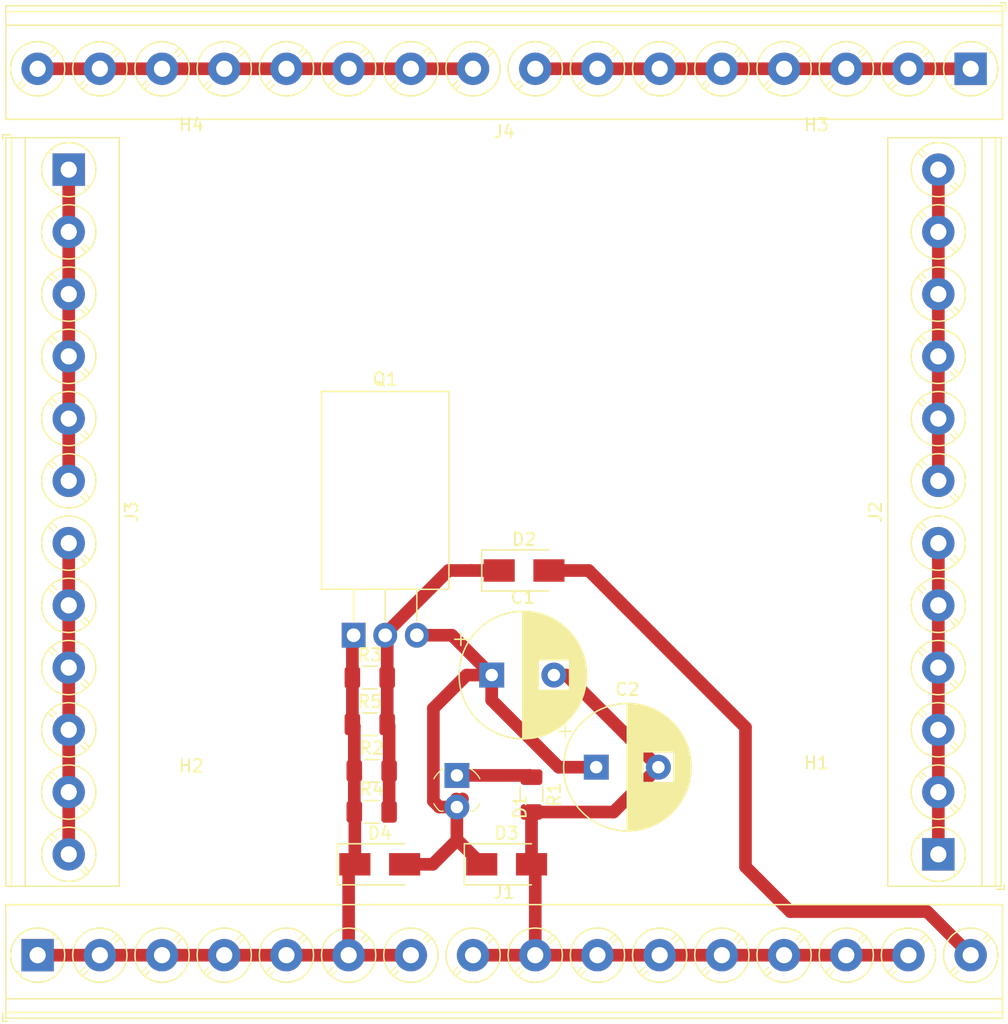
<source format=kicad_pcb>
(kicad_pcb (version 20171130) (host pcbnew 5.1.4)

  (general
    (thickness 1.6)
    (drawings 0)
    (tracks 68)
    (zones 0)
    (modules 20)
    (nets 13)
  )

  (page A4)
  (layers
    (0 F.Cu signal)
    (31 B.Cu signal)
    (32 B.Adhes user)
    (33 F.Adhes user)
    (34 B.Paste user)
    (35 F.Paste user)
    (36 B.SilkS user)
    (37 F.SilkS user)
    (38 B.Mask user)
    (39 F.Mask user)
    (40 Dwgs.User user)
    (41 Cmts.User user)
    (42 Eco1.User user)
    (43 Eco2.User user)
    (44 Edge.Cuts user)
    (45 Margin user)
    (46 B.CrtYd user)
    (47 F.CrtYd user)
    (48 B.Fab user)
    (49 F.Fab user hide)
  )

  (setup
    (last_trace_width 1.016)
    (trace_clearance 0.381)
    (zone_clearance 0.508)
    (zone_45_only no)
    (trace_min 0.2)
    (via_size 1.143)
    (via_drill 0.635)
    (via_min_size 0.4)
    (via_min_drill 0.3)
    (uvia_size 0.3)
    (uvia_drill 0.1)
    (uvias_allowed no)
    (uvia_min_size 0.2)
    (uvia_min_drill 0.1)
    (edge_width 0.05)
    (segment_width 0.2)
    (pcb_text_width 0.3)
    (pcb_text_size 1.5 1.5)
    (mod_edge_width 0.12)
    (mod_text_size 1 1)
    (mod_text_width 0.15)
    (pad_size 1.524 1.524)
    (pad_drill 0.762)
    (pad_to_mask_clearance 0.051)
    (solder_mask_min_width 0.25)
    (aux_axis_origin 0 0)
    (visible_elements FFFFFF7F)
    (pcbplotparams
      (layerselection 0x010fc_ffffffff)
      (usegerberextensions false)
      (usegerberattributes false)
      (usegerberadvancedattributes false)
      (creategerberjobfile false)
      (excludeedgelayer true)
      (linewidth 0.100000)
      (plotframeref false)
      (viasonmask false)
      (mode 1)
      (useauxorigin false)
      (hpglpennumber 1)
      (hpglpenspeed 20)
      (hpglpendiameter 15.000000)
      (psnegative false)
      (psa4output false)
      (plotreference true)
      (plotvalue true)
      (plotinvisibletext false)
      (padsonsilk false)
      (subtractmaskfromsilk false)
      (outputformat 1)
      (mirror false)
      (drillshape 1)
      (scaleselection 1)
      (outputdirectory ""))
  )

  (net 0 "")
  (net 1 "Net-(C1-Pad1)")
  (net 2 "Net-(D1-Pad1)")
  (net 3 "Net-(D2-Pad1)")
  (net 4 GND)
  (net 5 /20VAC_IN)
  (net 6 /OUT)
  (net 7 "Net-(J2-Pad10)")
  (net 8 "Net-(J2-Pad1)")
  (net 9 "Net-(J3-Pad10)")
  (net 10 "Net-(J3-Pad1)")
  (net 11 "Net-(J4-Pad10)")
  (net 12 "Net-(J4-Pad1)")

  (net_class Default "This is the default net class."
    (clearance 0.381)
    (trace_width 1.016)
    (via_dia 1.143)
    (via_drill 0.635)
    (uvia_dia 0.3)
    (uvia_drill 0.1)
    (add_net /20VAC_IN)
    (add_net /OUT)
    (add_net GND)
    (add_net "Net-(C1-Pad1)")
    (add_net "Net-(D1-Pad1)")
    (add_net "Net-(D2-Pad1)")
    (add_net "Net-(J2-Pad1)")
    (add_net "Net-(J2-Pad10)")
    (add_net "Net-(J3-Pad1)")
    (add_net "Net-(J3-Pad10)")
    (add_net "Net-(J4-Pad1)")
    (add_net "Net-(J4-Pad10)")
  )

  (module MountingHole:MountingHole_4.3mm_M4 (layer F.Cu) (tedit 56D1B4CB) (tstamp 5DF974F4)
    (at 56.25 -42.5)
    (descr "Mounting Hole 4.3mm, no annular, M4")
    (tags "mounting hole 4.3mm no annular m4")
    (path /5E114C45)
    (attr virtual)
    (fp_text reference H4 (at 0 -5.3) (layer F.SilkS)
      (effects (font (size 1 1) (thickness 0.15)))
    )
    (fp_text value MountingHole (at 0 5.3) (layer F.Fab)
      (effects (font (size 1 1) (thickness 0.15)))
    )
    (fp_circle (center 0 0) (end 4.55 0) (layer F.CrtYd) (width 0.05))
    (fp_circle (center 0 0) (end 4.3 0) (layer Cmts.User) (width 0.15))
    (fp_text user %R (at 0.3 0) (layer F.Fab)
      (effects (font (size 1 1) (thickness 0.15)))
    )
    (pad 1 np_thru_hole circle (at 0 0) (size 4.3 4.3) (drill 4.3) (layers *.Cu *.Mask))
  )

  (module MountingHole:MountingHole_4.3mm_M4 (layer F.Cu) (tedit 56D1B4CB) (tstamp 5DF97495)
    (at 106.5 -42.5)
    (descr "Mounting Hole 4.3mm, no annular, M4")
    (tags "mounting hole 4.3mm no annular m4")
    (path /5E114959)
    (attr virtual)
    (fp_text reference H3 (at 0 -5.3) (layer F.SilkS)
      (effects (font (size 1 1) (thickness 0.15)))
    )
    (fp_text value MountingHole (at 0 5.3) (layer F.Fab)
      (effects (font (size 1 1) (thickness 0.15)))
    )
    (fp_circle (center 0 0) (end 4.55 0) (layer F.CrtYd) (width 0.05))
    (fp_circle (center 0 0) (end 4.3 0) (layer Cmts.User) (width 0.15))
    (fp_text user %R (at 0.3 0) (layer F.Fab)
      (effects (font (size 1 1) (thickness 0.15)))
    )
    (pad 1 np_thru_hole circle (at 0 0) (size 4.3 4.3) (drill 4.3) (layers *.Cu *.Mask))
  )

  (module MountingHole:MountingHole_4.3mm_M4 (layer F.Cu) (tedit 56D1B4CB) (tstamp 5DF97480)
    (at 56.25 9)
    (descr "Mounting Hole 4.3mm, no annular, M4")
    (tags "mounting hole 4.3mm no annular m4")
    (path /5E1144F0)
    (attr virtual)
    (fp_text reference H2 (at 0 -5.3) (layer F.SilkS)
      (effects (font (size 1 1) (thickness 0.15)))
    )
    (fp_text value MountingHole (at 0 5.3) (layer F.Fab)
      (effects (font (size 1 1) (thickness 0.15)))
    )
    (fp_circle (center 0 0) (end 4.55 0) (layer F.CrtYd) (width 0.05))
    (fp_circle (center 0 0) (end 4.3 0) (layer Cmts.User) (width 0.15))
    (fp_text user %R (at 0.3 0) (layer F.Fab)
      (effects (font (size 1 1) (thickness 0.15)))
    )
    (pad 1 np_thru_hole circle (at 0 0) (size 4.3 4.3) (drill 4.3) (layers *.Cu *.Mask))
  )

  (module MountingHole:MountingHole_4.3mm_M4 (layer F.Cu) (tedit 56D1B4CB) (tstamp 5DF974BF)
    (at 106.5 8.75)
    (descr "Mounting Hole 4.3mm, no annular, M4")
    (tags "mounting hole 4.3mm no annular m4")
    (path /5E114129)
    (attr virtual)
    (fp_text reference H1 (at 0 -5.3) (layer F.SilkS)
      (effects (font (size 1 1) (thickness 0.15)))
    )
    (fp_text value MountingHole (at 0 5.3) (layer F.Fab)
      (effects (font (size 1 1) (thickness 0.15)))
    )
    (fp_circle (center 0 0) (end 4.55 0) (layer F.CrtYd) (width 0.05))
    (fp_circle (center 0 0) (end 4.3 0) (layer Cmts.User) (width 0.15))
    (fp_text user %R (at 0.3 0) (layer F.Fab)
      (effects (font (size 1 1) (thickness 0.15)))
    )
    (pad 1 np_thru_hole circle (at 0 0) (size 4.3 4.3) (drill 4.3) (layers *.Cu *.Mask))
  )

  (module TerminalBlock_Phoenix:TerminalBlock_Phoenix_PT-1,5-12-5.0-H_1x12_P5.00mm_Horizontal (layer F.Cu) (tedit 5B294F7D) (tstamp 5DF9549D)
    (at 46.4 -44.2 270)
    (descr "Terminal Block Phoenix PT-1,5-12-5.0-H, 12 pins, pitch 5mm, size 60x9mm^2, drill diamater 1.3mm, pad diameter 2.6mm, see http://www.mouser.com/ds/2/324/ItemDetail_1935161-922578.pdf, script-generated using https://github.com/pointhi/kicad-footprint-generator/scripts/TerminalBlock_Phoenix")
    (tags "THT Terminal Block Phoenix PT-1,5-12-5.0-H pitch 5mm size 60x9mm^2 drill 1.3mm pad 2.6mm")
    (path /5E10BCDF)
    (fp_text reference J3 (at 27.5 -5.06 90) (layer F.SilkS)
      (effects (font (size 1 1) (thickness 0.15)))
    )
    (fp_text value Screw_Terminal_01x12 (at 27.5 6.06 90) (layer F.Fab)
      (effects (font (size 1 1) (thickness 0.15)))
    )
    (fp_text user %R (at 27.5 2.9 90) (layer F.Fab)
      (effects (font (size 1 1) (thickness 0.15)))
    )
    (fp_line (start 58 -4.5) (end -3 -4.5) (layer F.CrtYd) (width 0.05))
    (fp_line (start 58 5.5) (end 58 -4.5) (layer F.CrtYd) (width 0.05))
    (fp_line (start -3 5.5) (end 58 5.5) (layer F.CrtYd) (width 0.05))
    (fp_line (start -3 -4.5) (end -3 5.5) (layer F.CrtYd) (width 0.05))
    (fp_line (start -2.8 5.3) (end -2.4 5.3) (layer F.SilkS) (width 0.12))
    (fp_line (start -2.8 4.66) (end -2.8 5.3) (layer F.SilkS) (width 0.12))
    (fp_line (start 53.742 0.992) (end 53.347 1.388) (layer F.SilkS) (width 0.12))
    (fp_line (start 56.388 -1.654) (end 56.008 -1.274) (layer F.SilkS) (width 0.12))
    (fp_line (start 53.993 1.274) (end 53.613 1.654) (layer F.SilkS) (width 0.12))
    (fp_line (start 56.654 -1.388) (end 56.259 -0.992) (layer F.SilkS) (width 0.12))
    (fp_line (start 56.273 -1.517) (end 53.484 1.273) (layer F.Fab) (width 0.1))
    (fp_line (start 56.517 -1.273) (end 53.728 1.517) (layer F.Fab) (width 0.1))
    (fp_line (start 48.742 0.992) (end 48.347 1.388) (layer F.SilkS) (width 0.12))
    (fp_line (start 51.388 -1.654) (end 51.008 -1.274) (layer F.SilkS) (width 0.12))
    (fp_line (start 48.993 1.274) (end 48.613 1.654) (layer F.SilkS) (width 0.12))
    (fp_line (start 51.654 -1.388) (end 51.259 -0.992) (layer F.SilkS) (width 0.12))
    (fp_line (start 51.273 -1.517) (end 48.484 1.273) (layer F.Fab) (width 0.1))
    (fp_line (start 51.517 -1.273) (end 48.728 1.517) (layer F.Fab) (width 0.1))
    (fp_line (start 43.742 0.992) (end 43.347 1.388) (layer F.SilkS) (width 0.12))
    (fp_line (start 46.388 -1.654) (end 46.008 -1.274) (layer F.SilkS) (width 0.12))
    (fp_line (start 43.993 1.274) (end 43.613 1.654) (layer F.SilkS) (width 0.12))
    (fp_line (start 46.654 -1.388) (end 46.259 -0.992) (layer F.SilkS) (width 0.12))
    (fp_line (start 46.273 -1.517) (end 43.484 1.273) (layer F.Fab) (width 0.1))
    (fp_line (start 46.517 -1.273) (end 43.728 1.517) (layer F.Fab) (width 0.1))
    (fp_line (start 38.742 0.992) (end 38.347 1.388) (layer F.SilkS) (width 0.12))
    (fp_line (start 41.388 -1.654) (end 41.008 -1.274) (layer F.SilkS) (width 0.12))
    (fp_line (start 38.993 1.274) (end 38.613 1.654) (layer F.SilkS) (width 0.12))
    (fp_line (start 41.654 -1.388) (end 41.259 -0.992) (layer F.SilkS) (width 0.12))
    (fp_line (start 41.273 -1.517) (end 38.484 1.273) (layer F.Fab) (width 0.1))
    (fp_line (start 41.517 -1.273) (end 38.728 1.517) (layer F.Fab) (width 0.1))
    (fp_line (start 33.742 0.992) (end 33.347 1.388) (layer F.SilkS) (width 0.12))
    (fp_line (start 36.388 -1.654) (end 36.008 -1.274) (layer F.SilkS) (width 0.12))
    (fp_line (start 33.993 1.274) (end 33.613 1.654) (layer F.SilkS) (width 0.12))
    (fp_line (start 36.654 -1.388) (end 36.259 -0.992) (layer F.SilkS) (width 0.12))
    (fp_line (start 36.273 -1.517) (end 33.484 1.273) (layer F.Fab) (width 0.1))
    (fp_line (start 36.517 -1.273) (end 33.728 1.517) (layer F.Fab) (width 0.1))
    (fp_line (start 28.742 0.992) (end 28.347 1.388) (layer F.SilkS) (width 0.12))
    (fp_line (start 31.388 -1.654) (end 31.008 -1.274) (layer F.SilkS) (width 0.12))
    (fp_line (start 28.993 1.274) (end 28.613 1.654) (layer F.SilkS) (width 0.12))
    (fp_line (start 31.654 -1.388) (end 31.259 -0.992) (layer F.SilkS) (width 0.12))
    (fp_line (start 31.273 -1.517) (end 28.484 1.273) (layer F.Fab) (width 0.1))
    (fp_line (start 31.517 -1.273) (end 28.728 1.517) (layer F.Fab) (width 0.1))
    (fp_line (start 23.742 0.992) (end 23.347 1.388) (layer F.SilkS) (width 0.12))
    (fp_line (start 26.388 -1.654) (end 26.008 -1.274) (layer F.SilkS) (width 0.12))
    (fp_line (start 23.993 1.274) (end 23.613 1.654) (layer F.SilkS) (width 0.12))
    (fp_line (start 26.654 -1.388) (end 26.259 -0.992) (layer F.SilkS) (width 0.12))
    (fp_line (start 26.273 -1.517) (end 23.484 1.273) (layer F.Fab) (width 0.1))
    (fp_line (start 26.517 -1.273) (end 23.728 1.517) (layer F.Fab) (width 0.1))
    (fp_line (start 18.742 0.992) (end 18.347 1.388) (layer F.SilkS) (width 0.12))
    (fp_line (start 21.388 -1.654) (end 21.008 -1.274) (layer F.SilkS) (width 0.12))
    (fp_line (start 18.993 1.274) (end 18.613 1.654) (layer F.SilkS) (width 0.12))
    (fp_line (start 21.654 -1.388) (end 21.259 -0.992) (layer F.SilkS) (width 0.12))
    (fp_line (start 21.273 -1.517) (end 18.484 1.273) (layer F.Fab) (width 0.1))
    (fp_line (start 21.517 -1.273) (end 18.728 1.517) (layer F.Fab) (width 0.1))
    (fp_line (start 13.742 0.992) (end 13.347 1.388) (layer F.SilkS) (width 0.12))
    (fp_line (start 16.388 -1.654) (end 16.008 -1.274) (layer F.SilkS) (width 0.12))
    (fp_line (start 13.993 1.274) (end 13.613 1.654) (layer F.SilkS) (width 0.12))
    (fp_line (start 16.654 -1.388) (end 16.259 -0.992) (layer F.SilkS) (width 0.12))
    (fp_line (start 16.273 -1.517) (end 13.484 1.273) (layer F.Fab) (width 0.1))
    (fp_line (start 16.517 -1.273) (end 13.728 1.517) (layer F.Fab) (width 0.1))
    (fp_line (start 8.742 0.992) (end 8.347 1.388) (layer F.SilkS) (width 0.12))
    (fp_line (start 11.388 -1.654) (end 11.008 -1.274) (layer F.SilkS) (width 0.12))
    (fp_line (start 8.993 1.274) (end 8.613 1.654) (layer F.SilkS) (width 0.12))
    (fp_line (start 11.654 -1.388) (end 11.259 -0.992) (layer F.SilkS) (width 0.12))
    (fp_line (start 11.273 -1.517) (end 8.484 1.273) (layer F.Fab) (width 0.1))
    (fp_line (start 11.517 -1.273) (end 8.728 1.517) (layer F.Fab) (width 0.1))
    (fp_line (start 3.742 0.992) (end 3.347 1.388) (layer F.SilkS) (width 0.12))
    (fp_line (start 6.388 -1.654) (end 6.008 -1.274) (layer F.SilkS) (width 0.12))
    (fp_line (start 3.993 1.274) (end 3.613 1.654) (layer F.SilkS) (width 0.12))
    (fp_line (start 6.654 -1.388) (end 6.259 -0.992) (layer F.SilkS) (width 0.12))
    (fp_line (start 6.273 -1.517) (end 3.484 1.273) (layer F.Fab) (width 0.1))
    (fp_line (start 6.517 -1.273) (end 3.728 1.517) (layer F.Fab) (width 0.1))
    (fp_line (start -1.548 1.281) (end -1.654 1.388) (layer F.SilkS) (width 0.12))
    (fp_line (start 1.388 -1.654) (end 1.281 -1.547) (layer F.SilkS) (width 0.12))
    (fp_line (start -1.282 1.547) (end -1.388 1.654) (layer F.SilkS) (width 0.12))
    (fp_line (start 1.654 -1.388) (end 1.547 -1.281) (layer F.SilkS) (width 0.12))
    (fp_line (start 1.273 -1.517) (end -1.517 1.273) (layer F.Fab) (width 0.1))
    (fp_line (start 1.517 -1.273) (end -1.273 1.517) (layer F.Fab) (width 0.1))
    (fp_line (start 57.56 -4.06) (end 57.56 5.06) (layer F.SilkS) (width 0.12))
    (fp_line (start -2.56 -4.06) (end -2.56 5.06) (layer F.SilkS) (width 0.12))
    (fp_line (start -2.56 5.06) (end 57.56 5.06) (layer F.SilkS) (width 0.12))
    (fp_line (start -2.56 -4.06) (end 57.56 -4.06) (layer F.SilkS) (width 0.12))
    (fp_line (start -2.56 3.5) (end 57.56 3.5) (layer F.SilkS) (width 0.12))
    (fp_line (start -2.5 3.5) (end 57.5 3.5) (layer F.Fab) (width 0.1))
    (fp_line (start -2.56 4.6) (end 57.56 4.6) (layer F.SilkS) (width 0.12))
    (fp_line (start -2.5 4.6) (end 57.5 4.6) (layer F.Fab) (width 0.1))
    (fp_line (start -2.5 4.6) (end -2.5 -4) (layer F.Fab) (width 0.1))
    (fp_line (start -2.1 5) (end -2.5 4.6) (layer F.Fab) (width 0.1))
    (fp_line (start 57.5 5) (end -2.1 5) (layer F.Fab) (width 0.1))
    (fp_line (start 57.5 -4) (end 57.5 5) (layer F.Fab) (width 0.1))
    (fp_line (start -2.5 -4) (end 57.5 -4) (layer F.Fab) (width 0.1))
    (fp_circle (center 55 0) (end 57.18 0) (layer F.SilkS) (width 0.12))
    (fp_circle (center 55 0) (end 57 0) (layer F.Fab) (width 0.1))
    (fp_circle (center 50 0) (end 52.18 0) (layer F.SilkS) (width 0.12))
    (fp_circle (center 50 0) (end 52 0) (layer F.Fab) (width 0.1))
    (fp_circle (center 45 0) (end 47.18 0) (layer F.SilkS) (width 0.12))
    (fp_circle (center 45 0) (end 47 0) (layer F.Fab) (width 0.1))
    (fp_circle (center 40 0) (end 42.18 0) (layer F.SilkS) (width 0.12))
    (fp_circle (center 40 0) (end 42 0) (layer F.Fab) (width 0.1))
    (fp_circle (center 35 0) (end 37.18 0) (layer F.SilkS) (width 0.12))
    (fp_circle (center 35 0) (end 37 0) (layer F.Fab) (width 0.1))
    (fp_circle (center 30 0) (end 32.18 0) (layer F.SilkS) (width 0.12))
    (fp_circle (center 30 0) (end 32 0) (layer F.Fab) (width 0.1))
    (fp_circle (center 25 0) (end 27.18 0) (layer F.SilkS) (width 0.12))
    (fp_circle (center 25 0) (end 27 0) (layer F.Fab) (width 0.1))
    (fp_circle (center 20 0) (end 22.18 0) (layer F.SilkS) (width 0.12))
    (fp_circle (center 20 0) (end 22 0) (layer F.Fab) (width 0.1))
    (fp_circle (center 15 0) (end 17.18 0) (layer F.SilkS) (width 0.12))
    (fp_circle (center 15 0) (end 17 0) (layer F.Fab) (width 0.1))
    (fp_circle (center 10 0) (end 12.18 0) (layer F.SilkS) (width 0.12))
    (fp_circle (center 10 0) (end 12 0) (layer F.Fab) (width 0.1))
    (fp_circle (center 5 0) (end 7.18 0) (layer F.SilkS) (width 0.12))
    (fp_circle (center 5 0) (end 7 0) (layer F.Fab) (width 0.1))
    (fp_circle (center 0 0) (end 2.18 0) (layer F.SilkS) (width 0.12))
    (fp_circle (center 0 0) (end 2 0) (layer F.Fab) (width 0.1))
    (pad 12 thru_hole circle (at 55 0 270) (size 2.6 2.6) (drill 1.3) (layers *.Cu *.Mask)
      (net 9 "Net-(J3-Pad10)"))
    (pad 11 thru_hole circle (at 50 0 270) (size 2.6 2.6) (drill 1.3) (layers *.Cu *.Mask)
      (net 9 "Net-(J3-Pad10)"))
    (pad 10 thru_hole circle (at 45 0 270) (size 2.6 2.6) (drill 1.3) (layers *.Cu *.Mask)
      (net 9 "Net-(J3-Pad10)"))
    (pad 9 thru_hole circle (at 40 0 270) (size 2.6 2.6) (drill 1.3) (layers *.Cu *.Mask)
      (net 9 "Net-(J3-Pad10)"))
    (pad 8 thru_hole circle (at 35 0 270) (size 2.6 2.6) (drill 1.3) (layers *.Cu *.Mask)
      (net 9 "Net-(J3-Pad10)"))
    (pad 7 thru_hole circle (at 30 0 270) (size 2.6 2.6) (drill 1.3) (layers *.Cu *.Mask)
      (net 9 "Net-(J3-Pad10)"))
    (pad 6 thru_hole circle (at 25 0 270) (size 2.6 2.6) (drill 1.3) (layers *.Cu *.Mask)
      (net 10 "Net-(J3-Pad1)"))
    (pad 5 thru_hole circle (at 20 0 270) (size 2.6 2.6) (drill 1.3) (layers *.Cu *.Mask)
      (net 10 "Net-(J3-Pad1)"))
    (pad 4 thru_hole circle (at 15 0 270) (size 2.6 2.6) (drill 1.3) (layers *.Cu *.Mask)
      (net 10 "Net-(J3-Pad1)"))
    (pad 3 thru_hole circle (at 10 0 270) (size 2.6 2.6) (drill 1.3) (layers *.Cu *.Mask)
      (net 10 "Net-(J3-Pad1)"))
    (pad 2 thru_hole circle (at 5 0 270) (size 2.6 2.6) (drill 1.3) (layers *.Cu *.Mask)
      (net 10 "Net-(J3-Pad1)"))
    (pad 1 thru_hole rect (at 0 0 270) (size 2.6 2.6) (drill 1.3) (layers *.Cu *.Mask)
      (net 10 "Net-(J3-Pad1)"))
    (model ${KISYS3DMOD}/TerminalBlock_Phoenix.3dshapes/TerminalBlock_Phoenix_PT-1,5-12-5.0-H_1x12_P5.00mm_Horizontal.wrl
      (at (xyz 0 0 0))
      (scale (xyz 1 1 1))
      (rotate (xyz 0 0 0))
    )
  )

  (module TerminalBlock_Phoenix:TerminalBlock_Phoenix_PT-1,5-12-5.0-H_1x12_P5.00mm_Horizontal (layer F.Cu) (tedit 5B294F7D) (tstamp 5DF95419)
    (at 116.3 10.8 90)
    (descr "Terminal Block Phoenix PT-1,5-12-5.0-H, 12 pins, pitch 5mm, size 60x9mm^2, drill diamater 1.3mm, pad diameter 2.6mm, see http://www.mouser.com/ds/2/324/ItemDetail_1935161-922578.pdf, script-generated using https://github.com/pointhi/kicad-footprint-generator/scripts/TerminalBlock_Phoenix")
    (tags "THT Terminal Block Phoenix PT-1,5-12-5.0-H pitch 5mm size 60x9mm^2 drill 1.3mm pad 2.6mm")
    (path /5E0F6E3E)
    (fp_text reference J2 (at 27.5 -5.06 90) (layer F.SilkS)
      (effects (font (size 1 1) (thickness 0.15)))
    )
    (fp_text value Screw_Terminal_01x12 (at 27.5 6.06 90) (layer F.Fab)
      (effects (font (size 1 1) (thickness 0.15)))
    )
    (fp_text user %R (at 27.5 2.9 90) (layer F.Fab)
      (effects (font (size 1 1) (thickness 0.15)))
    )
    (fp_line (start 58 -4.5) (end -3 -4.5) (layer F.CrtYd) (width 0.05))
    (fp_line (start 58 5.5) (end 58 -4.5) (layer F.CrtYd) (width 0.05))
    (fp_line (start -3 5.5) (end 58 5.5) (layer F.CrtYd) (width 0.05))
    (fp_line (start -3 -4.5) (end -3 5.5) (layer F.CrtYd) (width 0.05))
    (fp_line (start -2.8 5.3) (end -2.4 5.3) (layer F.SilkS) (width 0.12))
    (fp_line (start -2.8 4.66) (end -2.8 5.3) (layer F.SilkS) (width 0.12))
    (fp_line (start 53.742 0.992) (end 53.347 1.388) (layer F.SilkS) (width 0.12))
    (fp_line (start 56.388 -1.654) (end 56.008 -1.274) (layer F.SilkS) (width 0.12))
    (fp_line (start 53.993 1.274) (end 53.613 1.654) (layer F.SilkS) (width 0.12))
    (fp_line (start 56.654 -1.388) (end 56.259 -0.992) (layer F.SilkS) (width 0.12))
    (fp_line (start 56.273 -1.517) (end 53.484 1.273) (layer F.Fab) (width 0.1))
    (fp_line (start 56.517 -1.273) (end 53.728 1.517) (layer F.Fab) (width 0.1))
    (fp_line (start 48.742 0.992) (end 48.347 1.388) (layer F.SilkS) (width 0.12))
    (fp_line (start 51.388 -1.654) (end 51.008 -1.274) (layer F.SilkS) (width 0.12))
    (fp_line (start 48.993 1.274) (end 48.613 1.654) (layer F.SilkS) (width 0.12))
    (fp_line (start 51.654 -1.388) (end 51.259 -0.992) (layer F.SilkS) (width 0.12))
    (fp_line (start 51.273 -1.517) (end 48.484 1.273) (layer F.Fab) (width 0.1))
    (fp_line (start 51.517 -1.273) (end 48.728 1.517) (layer F.Fab) (width 0.1))
    (fp_line (start 43.742 0.992) (end 43.347 1.388) (layer F.SilkS) (width 0.12))
    (fp_line (start 46.388 -1.654) (end 46.008 -1.274) (layer F.SilkS) (width 0.12))
    (fp_line (start 43.993 1.274) (end 43.613 1.654) (layer F.SilkS) (width 0.12))
    (fp_line (start 46.654 -1.388) (end 46.259 -0.992) (layer F.SilkS) (width 0.12))
    (fp_line (start 46.273 -1.517) (end 43.484 1.273) (layer F.Fab) (width 0.1))
    (fp_line (start 46.517 -1.273) (end 43.728 1.517) (layer F.Fab) (width 0.1))
    (fp_line (start 38.742 0.992) (end 38.347 1.388) (layer F.SilkS) (width 0.12))
    (fp_line (start 41.388 -1.654) (end 41.008 -1.274) (layer F.SilkS) (width 0.12))
    (fp_line (start 38.993 1.274) (end 38.613 1.654) (layer F.SilkS) (width 0.12))
    (fp_line (start 41.654 -1.388) (end 41.259 -0.992) (layer F.SilkS) (width 0.12))
    (fp_line (start 41.273 -1.517) (end 38.484 1.273) (layer F.Fab) (width 0.1))
    (fp_line (start 41.517 -1.273) (end 38.728 1.517) (layer F.Fab) (width 0.1))
    (fp_line (start 33.742 0.992) (end 33.347 1.388) (layer F.SilkS) (width 0.12))
    (fp_line (start 36.388 -1.654) (end 36.008 -1.274) (layer F.SilkS) (width 0.12))
    (fp_line (start 33.993 1.274) (end 33.613 1.654) (layer F.SilkS) (width 0.12))
    (fp_line (start 36.654 -1.388) (end 36.259 -0.992) (layer F.SilkS) (width 0.12))
    (fp_line (start 36.273 -1.517) (end 33.484 1.273) (layer F.Fab) (width 0.1))
    (fp_line (start 36.517 -1.273) (end 33.728 1.517) (layer F.Fab) (width 0.1))
    (fp_line (start 28.742 0.992) (end 28.347 1.388) (layer F.SilkS) (width 0.12))
    (fp_line (start 31.388 -1.654) (end 31.008 -1.274) (layer F.SilkS) (width 0.12))
    (fp_line (start 28.993 1.274) (end 28.613 1.654) (layer F.SilkS) (width 0.12))
    (fp_line (start 31.654 -1.388) (end 31.259 -0.992) (layer F.SilkS) (width 0.12))
    (fp_line (start 31.273 -1.517) (end 28.484 1.273) (layer F.Fab) (width 0.1))
    (fp_line (start 31.517 -1.273) (end 28.728 1.517) (layer F.Fab) (width 0.1))
    (fp_line (start 23.742 0.992) (end 23.347 1.388) (layer F.SilkS) (width 0.12))
    (fp_line (start 26.388 -1.654) (end 26.008 -1.274) (layer F.SilkS) (width 0.12))
    (fp_line (start 23.993 1.274) (end 23.613 1.654) (layer F.SilkS) (width 0.12))
    (fp_line (start 26.654 -1.388) (end 26.259 -0.992) (layer F.SilkS) (width 0.12))
    (fp_line (start 26.273 -1.517) (end 23.484 1.273) (layer F.Fab) (width 0.1))
    (fp_line (start 26.517 -1.273) (end 23.728 1.517) (layer F.Fab) (width 0.1))
    (fp_line (start 18.742 0.992) (end 18.347 1.388) (layer F.SilkS) (width 0.12))
    (fp_line (start 21.388 -1.654) (end 21.008 -1.274) (layer F.SilkS) (width 0.12))
    (fp_line (start 18.993 1.274) (end 18.613 1.654) (layer F.SilkS) (width 0.12))
    (fp_line (start 21.654 -1.388) (end 21.259 -0.992) (layer F.SilkS) (width 0.12))
    (fp_line (start 21.273 -1.517) (end 18.484 1.273) (layer F.Fab) (width 0.1))
    (fp_line (start 21.517 -1.273) (end 18.728 1.517) (layer F.Fab) (width 0.1))
    (fp_line (start 13.742 0.992) (end 13.347 1.388) (layer F.SilkS) (width 0.12))
    (fp_line (start 16.388 -1.654) (end 16.008 -1.274) (layer F.SilkS) (width 0.12))
    (fp_line (start 13.993 1.274) (end 13.613 1.654) (layer F.SilkS) (width 0.12))
    (fp_line (start 16.654 -1.388) (end 16.259 -0.992) (layer F.SilkS) (width 0.12))
    (fp_line (start 16.273 -1.517) (end 13.484 1.273) (layer F.Fab) (width 0.1))
    (fp_line (start 16.517 -1.273) (end 13.728 1.517) (layer F.Fab) (width 0.1))
    (fp_line (start 8.742 0.992) (end 8.347 1.388) (layer F.SilkS) (width 0.12))
    (fp_line (start 11.388 -1.654) (end 11.008 -1.274) (layer F.SilkS) (width 0.12))
    (fp_line (start 8.993 1.274) (end 8.613 1.654) (layer F.SilkS) (width 0.12))
    (fp_line (start 11.654 -1.388) (end 11.259 -0.992) (layer F.SilkS) (width 0.12))
    (fp_line (start 11.273 -1.517) (end 8.484 1.273) (layer F.Fab) (width 0.1))
    (fp_line (start 11.517 -1.273) (end 8.728 1.517) (layer F.Fab) (width 0.1))
    (fp_line (start 3.742 0.992) (end 3.347 1.388) (layer F.SilkS) (width 0.12))
    (fp_line (start 6.388 -1.654) (end 6.008 -1.274) (layer F.SilkS) (width 0.12))
    (fp_line (start 3.993 1.274) (end 3.613 1.654) (layer F.SilkS) (width 0.12))
    (fp_line (start 6.654 -1.388) (end 6.259 -0.992) (layer F.SilkS) (width 0.12))
    (fp_line (start 6.273 -1.517) (end 3.484 1.273) (layer F.Fab) (width 0.1))
    (fp_line (start 6.517 -1.273) (end 3.728 1.517) (layer F.Fab) (width 0.1))
    (fp_line (start -1.548 1.281) (end -1.654 1.388) (layer F.SilkS) (width 0.12))
    (fp_line (start 1.388 -1.654) (end 1.281 -1.547) (layer F.SilkS) (width 0.12))
    (fp_line (start -1.282 1.547) (end -1.388 1.654) (layer F.SilkS) (width 0.12))
    (fp_line (start 1.654 -1.388) (end 1.547 -1.281) (layer F.SilkS) (width 0.12))
    (fp_line (start 1.273 -1.517) (end -1.517 1.273) (layer F.Fab) (width 0.1))
    (fp_line (start 1.517 -1.273) (end -1.273 1.517) (layer F.Fab) (width 0.1))
    (fp_line (start 57.56 -4.06) (end 57.56 5.06) (layer F.SilkS) (width 0.12))
    (fp_line (start -2.56 -4.06) (end -2.56 5.06) (layer F.SilkS) (width 0.12))
    (fp_line (start -2.56 5.06) (end 57.56 5.06) (layer F.SilkS) (width 0.12))
    (fp_line (start -2.56 -4.06) (end 57.56 -4.06) (layer F.SilkS) (width 0.12))
    (fp_line (start -2.56 3.5) (end 57.56 3.5) (layer F.SilkS) (width 0.12))
    (fp_line (start -2.5 3.5) (end 57.5 3.5) (layer F.Fab) (width 0.1))
    (fp_line (start -2.56 4.6) (end 57.56 4.6) (layer F.SilkS) (width 0.12))
    (fp_line (start -2.5 4.6) (end 57.5 4.6) (layer F.Fab) (width 0.1))
    (fp_line (start -2.5 4.6) (end -2.5 -4) (layer F.Fab) (width 0.1))
    (fp_line (start -2.1 5) (end -2.5 4.6) (layer F.Fab) (width 0.1))
    (fp_line (start 57.5 5) (end -2.1 5) (layer F.Fab) (width 0.1))
    (fp_line (start 57.5 -4) (end 57.5 5) (layer F.Fab) (width 0.1))
    (fp_line (start -2.5 -4) (end 57.5 -4) (layer F.Fab) (width 0.1))
    (fp_circle (center 55 0) (end 57.18 0) (layer F.SilkS) (width 0.12))
    (fp_circle (center 55 0) (end 57 0) (layer F.Fab) (width 0.1))
    (fp_circle (center 50 0) (end 52.18 0) (layer F.SilkS) (width 0.12))
    (fp_circle (center 50 0) (end 52 0) (layer F.Fab) (width 0.1))
    (fp_circle (center 45 0) (end 47.18 0) (layer F.SilkS) (width 0.12))
    (fp_circle (center 45 0) (end 47 0) (layer F.Fab) (width 0.1))
    (fp_circle (center 40 0) (end 42.18 0) (layer F.SilkS) (width 0.12))
    (fp_circle (center 40 0) (end 42 0) (layer F.Fab) (width 0.1))
    (fp_circle (center 35 0) (end 37.18 0) (layer F.SilkS) (width 0.12))
    (fp_circle (center 35 0) (end 37 0) (layer F.Fab) (width 0.1))
    (fp_circle (center 30 0) (end 32.18 0) (layer F.SilkS) (width 0.12))
    (fp_circle (center 30 0) (end 32 0) (layer F.Fab) (width 0.1))
    (fp_circle (center 25 0) (end 27.18 0) (layer F.SilkS) (width 0.12))
    (fp_circle (center 25 0) (end 27 0) (layer F.Fab) (width 0.1))
    (fp_circle (center 20 0) (end 22.18 0) (layer F.SilkS) (width 0.12))
    (fp_circle (center 20 0) (end 22 0) (layer F.Fab) (width 0.1))
    (fp_circle (center 15 0) (end 17.18 0) (layer F.SilkS) (width 0.12))
    (fp_circle (center 15 0) (end 17 0) (layer F.Fab) (width 0.1))
    (fp_circle (center 10 0) (end 12.18 0) (layer F.SilkS) (width 0.12))
    (fp_circle (center 10 0) (end 12 0) (layer F.Fab) (width 0.1))
    (fp_circle (center 5 0) (end 7.18 0) (layer F.SilkS) (width 0.12))
    (fp_circle (center 5 0) (end 7 0) (layer F.Fab) (width 0.1))
    (fp_circle (center 0 0) (end 2.18 0) (layer F.SilkS) (width 0.12))
    (fp_circle (center 0 0) (end 2 0) (layer F.Fab) (width 0.1))
    (pad 12 thru_hole circle (at 55 0 90) (size 2.6 2.6) (drill 1.3) (layers *.Cu *.Mask)
      (net 7 "Net-(J2-Pad10)"))
    (pad 11 thru_hole circle (at 50 0 90) (size 2.6 2.6) (drill 1.3) (layers *.Cu *.Mask)
      (net 7 "Net-(J2-Pad10)"))
    (pad 10 thru_hole circle (at 45 0 90) (size 2.6 2.6) (drill 1.3) (layers *.Cu *.Mask)
      (net 7 "Net-(J2-Pad10)"))
    (pad 9 thru_hole circle (at 40 0 90) (size 2.6 2.6) (drill 1.3) (layers *.Cu *.Mask)
      (net 7 "Net-(J2-Pad10)"))
    (pad 8 thru_hole circle (at 35 0 90) (size 2.6 2.6) (drill 1.3) (layers *.Cu *.Mask)
      (net 7 "Net-(J2-Pad10)"))
    (pad 7 thru_hole circle (at 30 0 90) (size 2.6 2.6) (drill 1.3) (layers *.Cu *.Mask)
      (net 7 "Net-(J2-Pad10)"))
    (pad 6 thru_hole circle (at 25 0 90) (size 2.6 2.6) (drill 1.3) (layers *.Cu *.Mask)
      (net 8 "Net-(J2-Pad1)"))
    (pad 5 thru_hole circle (at 20 0 90) (size 2.6 2.6) (drill 1.3) (layers *.Cu *.Mask)
      (net 8 "Net-(J2-Pad1)"))
    (pad 4 thru_hole circle (at 15 0 90) (size 2.6 2.6) (drill 1.3) (layers *.Cu *.Mask)
      (net 8 "Net-(J2-Pad1)"))
    (pad 3 thru_hole circle (at 10 0 90) (size 2.6 2.6) (drill 1.3) (layers *.Cu *.Mask)
      (net 8 "Net-(J2-Pad1)"))
    (pad 2 thru_hole circle (at 5 0 90) (size 2.6 2.6) (drill 1.3) (layers *.Cu *.Mask)
      (net 8 "Net-(J2-Pad1)"))
    (pad 1 thru_hole rect (at 0 0 90) (size 2.6 2.6) (drill 1.3) (layers *.Cu *.Mask)
      (net 8 "Net-(J2-Pad1)"))
    (model ${KISYS3DMOD}/TerminalBlock_Phoenix.3dshapes/TerminalBlock_Phoenix_PT-1,5-12-5.0-H_1x12_P5.00mm_Horizontal.wrl
      (at (xyz 0 0 0))
      (scale (xyz 1 1 1))
      (rotate (xyz 0 0 0))
    )
  )

  (module TerminalBlock_Phoenix:TerminalBlock_Phoenix_PT-1,5-16-5.0-H_1x16_P5.00mm_Horizontal (layer F.Cu) (tedit 5B294F98) (tstamp 5DF92E1D)
    (at 118.9 -52.3 180)
    (descr "Terminal Block Phoenix PT-1,5-16-5.0-H, 16 pins, pitch 5mm, size 80x9mm^2, drill diamater 1.3mm, pad diameter 2.6mm, see http://www.mouser.com/ds/2/324/ItemDetail_1935161-922578.pdf, script-generated using https://github.com/pointhi/kicad-footprint-generator/scripts/TerminalBlock_Phoenix")
    (tags "THT Terminal Block Phoenix PT-1,5-16-5.0-H pitch 5mm size 80x9mm^2 drill 1.3mm pad 2.6mm")
    (path /5E0C86F9)
    (fp_text reference J4 (at 37.5 -5.06) (layer F.SilkS)
      (effects (font (size 1 1) (thickness 0.15)))
    )
    (fp_text value Screw_Terminal_01x16 (at 37.5 6.06) (layer F.Fab)
      (effects (font (size 1 1) (thickness 0.15)))
    )
    (fp_text user %R (at 37.5 2.9) (layer F.Fab)
      (effects (font (size 1 1) (thickness 0.15)))
    )
    (fp_line (start 78 -4.5) (end -3 -4.5) (layer F.CrtYd) (width 0.05))
    (fp_line (start 78 5.5) (end 78 -4.5) (layer F.CrtYd) (width 0.05))
    (fp_line (start -3 5.5) (end 78 5.5) (layer F.CrtYd) (width 0.05))
    (fp_line (start -3 -4.5) (end -3 5.5) (layer F.CrtYd) (width 0.05))
    (fp_line (start -2.8 5.3) (end -2.4 5.3) (layer F.SilkS) (width 0.12))
    (fp_line (start -2.8 4.66) (end -2.8 5.3) (layer F.SilkS) (width 0.12))
    (fp_line (start 73.742 0.992) (end 73.347 1.388) (layer F.SilkS) (width 0.12))
    (fp_line (start 76.388 -1.654) (end 76.008 -1.274) (layer F.SilkS) (width 0.12))
    (fp_line (start 73.993 1.274) (end 73.613 1.654) (layer F.SilkS) (width 0.12))
    (fp_line (start 76.654 -1.388) (end 76.259 -0.992) (layer F.SilkS) (width 0.12))
    (fp_line (start 76.273 -1.517) (end 73.484 1.273) (layer F.Fab) (width 0.1))
    (fp_line (start 76.517 -1.273) (end 73.728 1.517) (layer F.Fab) (width 0.1))
    (fp_line (start 68.742 0.992) (end 68.347 1.388) (layer F.SilkS) (width 0.12))
    (fp_line (start 71.388 -1.654) (end 71.008 -1.274) (layer F.SilkS) (width 0.12))
    (fp_line (start 68.993 1.274) (end 68.613 1.654) (layer F.SilkS) (width 0.12))
    (fp_line (start 71.654 -1.388) (end 71.259 -0.992) (layer F.SilkS) (width 0.12))
    (fp_line (start 71.273 -1.517) (end 68.484 1.273) (layer F.Fab) (width 0.1))
    (fp_line (start 71.517 -1.273) (end 68.728 1.517) (layer F.Fab) (width 0.1))
    (fp_line (start 63.742 0.992) (end 63.347 1.388) (layer F.SilkS) (width 0.12))
    (fp_line (start 66.388 -1.654) (end 66.008 -1.274) (layer F.SilkS) (width 0.12))
    (fp_line (start 63.993 1.274) (end 63.613 1.654) (layer F.SilkS) (width 0.12))
    (fp_line (start 66.654 -1.388) (end 66.259 -0.992) (layer F.SilkS) (width 0.12))
    (fp_line (start 66.273 -1.517) (end 63.484 1.273) (layer F.Fab) (width 0.1))
    (fp_line (start 66.517 -1.273) (end 63.728 1.517) (layer F.Fab) (width 0.1))
    (fp_line (start 58.742 0.992) (end 58.347 1.388) (layer F.SilkS) (width 0.12))
    (fp_line (start 61.388 -1.654) (end 61.008 -1.274) (layer F.SilkS) (width 0.12))
    (fp_line (start 58.993 1.274) (end 58.613 1.654) (layer F.SilkS) (width 0.12))
    (fp_line (start 61.654 -1.388) (end 61.259 -0.992) (layer F.SilkS) (width 0.12))
    (fp_line (start 61.273 -1.517) (end 58.484 1.273) (layer F.Fab) (width 0.1))
    (fp_line (start 61.517 -1.273) (end 58.728 1.517) (layer F.Fab) (width 0.1))
    (fp_line (start 53.742 0.992) (end 53.347 1.388) (layer F.SilkS) (width 0.12))
    (fp_line (start 56.388 -1.654) (end 56.008 -1.274) (layer F.SilkS) (width 0.12))
    (fp_line (start 53.993 1.274) (end 53.613 1.654) (layer F.SilkS) (width 0.12))
    (fp_line (start 56.654 -1.388) (end 56.259 -0.992) (layer F.SilkS) (width 0.12))
    (fp_line (start 56.273 -1.517) (end 53.484 1.273) (layer F.Fab) (width 0.1))
    (fp_line (start 56.517 -1.273) (end 53.728 1.517) (layer F.Fab) (width 0.1))
    (fp_line (start 48.742 0.992) (end 48.347 1.388) (layer F.SilkS) (width 0.12))
    (fp_line (start 51.388 -1.654) (end 51.008 -1.274) (layer F.SilkS) (width 0.12))
    (fp_line (start 48.993 1.274) (end 48.613 1.654) (layer F.SilkS) (width 0.12))
    (fp_line (start 51.654 -1.388) (end 51.259 -0.992) (layer F.SilkS) (width 0.12))
    (fp_line (start 51.273 -1.517) (end 48.484 1.273) (layer F.Fab) (width 0.1))
    (fp_line (start 51.517 -1.273) (end 48.728 1.517) (layer F.Fab) (width 0.1))
    (fp_line (start 43.742 0.992) (end 43.347 1.388) (layer F.SilkS) (width 0.12))
    (fp_line (start 46.388 -1.654) (end 46.008 -1.274) (layer F.SilkS) (width 0.12))
    (fp_line (start 43.993 1.274) (end 43.613 1.654) (layer F.SilkS) (width 0.12))
    (fp_line (start 46.654 -1.388) (end 46.259 -0.992) (layer F.SilkS) (width 0.12))
    (fp_line (start 46.273 -1.517) (end 43.484 1.273) (layer F.Fab) (width 0.1))
    (fp_line (start 46.517 -1.273) (end 43.728 1.517) (layer F.Fab) (width 0.1))
    (fp_line (start 38.742 0.992) (end 38.347 1.388) (layer F.SilkS) (width 0.12))
    (fp_line (start 41.388 -1.654) (end 41.008 -1.274) (layer F.SilkS) (width 0.12))
    (fp_line (start 38.993 1.274) (end 38.613 1.654) (layer F.SilkS) (width 0.12))
    (fp_line (start 41.654 -1.388) (end 41.259 -0.992) (layer F.SilkS) (width 0.12))
    (fp_line (start 41.273 -1.517) (end 38.484 1.273) (layer F.Fab) (width 0.1))
    (fp_line (start 41.517 -1.273) (end 38.728 1.517) (layer F.Fab) (width 0.1))
    (fp_line (start 33.742 0.992) (end 33.347 1.388) (layer F.SilkS) (width 0.12))
    (fp_line (start 36.388 -1.654) (end 36.008 -1.274) (layer F.SilkS) (width 0.12))
    (fp_line (start 33.993 1.274) (end 33.613 1.654) (layer F.SilkS) (width 0.12))
    (fp_line (start 36.654 -1.388) (end 36.259 -0.992) (layer F.SilkS) (width 0.12))
    (fp_line (start 36.273 -1.517) (end 33.484 1.273) (layer F.Fab) (width 0.1))
    (fp_line (start 36.517 -1.273) (end 33.728 1.517) (layer F.Fab) (width 0.1))
    (fp_line (start 28.742 0.992) (end 28.347 1.388) (layer F.SilkS) (width 0.12))
    (fp_line (start 31.388 -1.654) (end 31.008 -1.274) (layer F.SilkS) (width 0.12))
    (fp_line (start 28.993 1.274) (end 28.613 1.654) (layer F.SilkS) (width 0.12))
    (fp_line (start 31.654 -1.388) (end 31.259 -0.992) (layer F.SilkS) (width 0.12))
    (fp_line (start 31.273 -1.517) (end 28.484 1.273) (layer F.Fab) (width 0.1))
    (fp_line (start 31.517 -1.273) (end 28.728 1.517) (layer F.Fab) (width 0.1))
    (fp_line (start 23.742 0.992) (end 23.347 1.388) (layer F.SilkS) (width 0.12))
    (fp_line (start 26.388 -1.654) (end 26.008 -1.274) (layer F.SilkS) (width 0.12))
    (fp_line (start 23.993 1.274) (end 23.613 1.654) (layer F.SilkS) (width 0.12))
    (fp_line (start 26.654 -1.388) (end 26.259 -0.992) (layer F.SilkS) (width 0.12))
    (fp_line (start 26.273 -1.517) (end 23.484 1.273) (layer F.Fab) (width 0.1))
    (fp_line (start 26.517 -1.273) (end 23.728 1.517) (layer F.Fab) (width 0.1))
    (fp_line (start 18.742 0.992) (end 18.347 1.388) (layer F.SilkS) (width 0.12))
    (fp_line (start 21.388 -1.654) (end 21.008 -1.274) (layer F.SilkS) (width 0.12))
    (fp_line (start 18.993 1.274) (end 18.613 1.654) (layer F.SilkS) (width 0.12))
    (fp_line (start 21.654 -1.388) (end 21.259 -0.992) (layer F.SilkS) (width 0.12))
    (fp_line (start 21.273 -1.517) (end 18.484 1.273) (layer F.Fab) (width 0.1))
    (fp_line (start 21.517 -1.273) (end 18.728 1.517) (layer F.Fab) (width 0.1))
    (fp_line (start 13.742 0.992) (end 13.347 1.388) (layer F.SilkS) (width 0.12))
    (fp_line (start 16.388 -1.654) (end 16.008 -1.274) (layer F.SilkS) (width 0.12))
    (fp_line (start 13.993 1.274) (end 13.613 1.654) (layer F.SilkS) (width 0.12))
    (fp_line (start 16.654 -1.388) (end 16.259 -0.992) (layer F.SilkS) (width 0.12))
    (fp_line (start 16.273 -1.517) (end 13.484 1.273) (layer F.Fab) (width 0.1))
    (fp_line (start 16.517 -1.273) (end 13.728 1.517) (layer F.Fab) (width 0.1))
    (fp_line (start 8.742 0.992) (end 8.347 1.388) (layer F.SilkS) (width 0.12))
    (fp_line (start 11.388 -1.654) (end 11.008 -1.274) (layer F.SilkS) (width 0.12))
    (fp_line (start 8.993 1.274) (end 8.613 1.654) (layer F.SilkS) (width 0.12))
    (fp_line (start 11.654 -1.388) (end 11.259 -0.992) (layer F.SilkS) (width 0.12))
    (fp_line (start 11.273 -1.517) (end 8.484 1.273) (layer F.Fab) (width 0.1))
    (fp_line (start 11.517 -1.273) (end 8.728 1.517) (layer F.Fab) (width 0.1))
    (fp_line (start 3.742 0.992) (end 3.347 1.388) (layer F.SilkS) (width 0.12))
    (fp_line (start 6.388 -1.654) (end 6.008 -1.274) (layer F.SilkS) (width 0.12))
    (fp_line (start 3.993 1.274) (end 3.613 1.654) (layer F.SilkS) (width 0.12))
    (fp_line (start 6.654 -1.388) (end 6.259 -0.992) (layer F.SilkS) (width 0.12))
    (fp_line (start 6.273 -1.517) (end 3.484 1.273) (layer F.Fab) (width 0.1))
    (fp_line (start 6.517 -1.273) (end 3.728 1.517) (layer F.Fab) (width 0.1))
    (fp_line (start -1.548 1.281) (end -1.654 1.388) (layer F.SilkS) (width 0.12))
    (fp_line (start 1.388 -1.654) (end 1.281 -1.547) (layer F.SilkS) (width 0.12))
    (fp_line (start -1.282 1.547) (end -1.388 1.654) (layer F.SilkS) (width 0.12))
    (fp_line (start 1.654 -1.388) (end 1.547 -1.281) (layer F.SilkS) (width 0.12))
    (fp_line (start 1.273 -1.517) (end -1.517 1.273) (layer F.Fab) (width 0.1))
    (fp_line (start 1.517 -1.273) (end -1.273 1.517) (layer F.Fab) (width 0.1))
    (fp_line (start 77.56 -4.06) (end 77.56 5.06) (layer F.SilkS) (width 0.12))
    (fp_line (start -2.56 -4.06) (end -2.56 5.06) (layer F.SilkS) (width 0.12))
    (fp_line (start -2.56 5.06) (end 77.56 5.06) (layer F.SilkS) (width 0.12))
    (fp_line (start -2.56 -4.06) (end 77.56 -4.06) (layer F.SilkS) (width 0.12))
    (fp_line (start -2.56 3.5) (end 77.56 3.5) (layer F.SilkS) (width 0.12))
    (fp_line (start -2.5 3.5) (end 77.5 3.5) (layer F.Fab) (width 0.1))
    (fp_line (start -2.56 4.6) (end 77.56 4.6) (layer F.SilkS) (width 0.12))
    (fp_line (start -2.5 4.6) (end 77.5 4.6) (layer F.Fab) (width 0.1))
    (fp_line (start -2.5 4.6) (end -2.5 -4) (layer F.Fab) (width 0.1))
    (fp_line (start -2.1 5) (end -2.5 4.6) (layer F.Fab) (width 0.1))
    (fp_line (start 77.5 5) (end -2.1 5) (layer F.Fab) (width 0.1))
    (fp_line (start 77.5 -4) (end 77.5 5) (layer F.Fab) (width 0.1))
    (fp_line (start -2.5 -4) (end 77.5 -4) (layer F.Fab) (width 0.1))
    (fp_circle (center 75 0) (end 77.18 0) (layer F.SilkS) (width 0.12))
    (fp_circle (center 75 0) (end 77 0) (layer F.Fab) (width 0.1))
    (fp_circle (center 70 0) (end 72.18 0) (layer F.SilkS) (width 0.12))
    (fp_circle (center 70 0) (end 72 0) (layer F.Fab) (width 0.1))
    (fp_circle (center 65 0) (end 67.18 0) (layer F.SilkS) (width 0.12))
    (fp_circle (center 65 0) (end 67 0) (layer F.Fab) (width 0.1))
    (fp_circle (center 60 0) (end 62.18 0) (layer F.SilkS) (width 0.12))
    (fp_circle (center 60 0) (end 62 0) (layer F.Fab) (width 0.1))
    (fp_circle (center 55 0) (end 57.18 0) (layer F.SilkS) (width 0.12))
    (fp_circle (center 55 0) (end 57 0) (layer F.Fab) (width 0.1))
    (fp_circle (center 50 0) (end 52.18 0) (layer F.SilkS) (width 0.12))
    (fp_circle (center 50 0) (end 52 0) (layer F.Fab) (width 0.1))
    (fp_circle (center 45 0) (end 47.18 0) (layer F.SilkS) (width 0.12))
    (fp_circle (center 45 0) (end 47 0) (layer F.Fab) (width 0.1))
    (fp_circle (center 40 0) (end 42.18 0) (layer F.SilkS) (width 0.12))
    (fp_circle (center 40 0) (end 42 0) (layer F.Fab) (width 0.1))
    (fp_circle (center 35 0) (end 37.18 0) (layer F.SilkS) (width 0.12))
    (fp_circle (center 35 0) (end 37 0) (layer F.Fab) (width 0.1))
    (fp_circle (center 30 0) (end 32.18 0) (layer F.SilkS) (width 0.12))
    (fp_circle (center 30 0) (end 32 0) (layer F.Fab) (width 0.1))
    (fp_circle (center 25 0) (end 27.18 0) (layer F.SilkS) (width 0.12))
    (fp_circle (center 25 0) (end 27 0) (layer F.Fab) (width 0.1))
    (fp_circle (center 20 0) (end 22.18 0) (layer F.SilkS) (width 0.12))
    (fp_circle (center 20 0) (end 22 0) (layer F.Fab) (width 0.1))
    (fp_circle (center 15 0) (end 17.18 0) (layer F.SilkS) (width 0.12))
    (fp_circle (center 15 0) (end 17 0) (layer F.Fab) (width 0.1))
    (fp_circle (center 10 0) (end 12.18 0) (layer F.SilkS) (width 0.12))
    (fp_circle (center 10 0) (end 12 0) (layer F.Fab) (width 0.1))
    (fp_circle (center 5 0) (end 7.18 0) (layer F.SilkS) (width 0.12))
    (fp_circle (center 5 0) (end 7 0) (layer F.Fab) (width 0.1))
    (fp_circle (center 0 0) (end 2.18 0) (layer F.SilkS) (width 0.12))
    (fp_circle (center 0 0) (end 2 0) (layer F.Fab) (width 0.1))
    (pad 16 thru_hole circle (at 75 0 180) (size 2.6 2.6) (drill 1.3) (layers *.Cu *.Mask)
      (net 11 "Net-(J4-Pad10)"))
    (pad 15 thru_hole circle (at 70 0 180) (size 2.6 2.6) (drill 1.3) (layers *.Cu *.Mask)
      (net 11 "Net-(J4-Pad10)"))
    (pad 14 thru_hole circle (at 65 0 180) (size 2.6 2.6) (drill 1.3) (layers *.Cu *.Mask)
      (net 11 "Net-(J4-Pad10)"))
    (pad 13 thru_hole circle (at 60 0 180) (size 2.6 2.6) (drill 1.3) (layers *.Cu *.Mask)
      (net 11 "Net-(J4-Pad10)"))
    (pad 12 thru_hole circle (at 55 0 180) (size 2.6 2.6) (drill 1.3) (layers *.Cu *.Mask)
      (net 11 "Net-(J4-Pad10)"))
    (pad 11 thru_hole circle (at 50 0 180) (size 2.6 2.6) (drill 1.3) (layers *.Cu *.Mask)
      (net 11 "Net-(J4-Pad10)"))
    (pad 10 thru_hole circle (at 45 0 180) (size 2.6 2.6) (drill 1.3) (layers *.Cu *.Mask)
      (net 11 "Net-(J4-Pad10)"))
    (pad 9 thru_hole circle (at 40 0 180) (size 2.6 2.6) (drill 1.3) (layers *.Cu *.Mask)
      (net 11 "Net-(J4-Pad10)"))
    (pad 8 thru_hole circle (at 35 0 180) (size 2.6 2.6) (drill 1.3) (layers *.Cu *.Mask)
      (net 12 "Net-(J4-Pad1)"))
    (pad 7 thru_hole circle (at 30 0 180) (size 2.6 2.6) (drill 1.3) (layers *.Cu *.Mask)
      (net 12 "Net-(J4-Pad1)"))
    (pad 6 thru_hole circle (at 25 0 180) (size 2.6 2.6) (drill 1.3) (layers *.Cu *.Mask)
      (net 12 "Net-(J4-Pad1)"))
    (pad 5 thru_hole circle (at 20 0 180) (size 2.6 2.6) (drill 1.3) (layers *.Cu *.Mask)
      (net 12 "Net-(J4-Pad1)"))
    (pad 4 thru_hole circle (at 15 0 180) (size 2.6 2.6) (drill 1.3) (layers *.Cu *.Mask)
      (net 12 "Net-(J4-Pad1)"))
    (pad 3 thru_hole circle (at 10 0 180) (size 2.6 2.6) (drill 1.3) (layers *.Cu *.Mask)
      (net 12 "Net-(J4-Pad1)"))
    (pad 2 thru_hole circle (at 5 0 180) (size 2.6 2.6) (drill 1.3) (layers *.Cu *.Mask)
      (net 12 "Net-(J4-Pad1)"))
    (pad 1 thru_hole rect (at 0 0 180) (size 2.6 2.6) (drill 1.3) (layers *.Cu *.Mask)
      (net 12 "Net-(J4-Pad1)"))
    (model ${KISYS3DMOD}/TerminalBlock_Phoenix.3dshapes/TerminalBlock_Phoenix_PT-1,5-16-5.0-H_1x16_P5.00mm_Horizontal.wrl
      (at (xyz 0 0 0))
      (scale (xyz 1 1 1))
      (rotate (xyz 0 0 0))
    )
  )

  (module TerminalBlock_Phoenix:TerminalBlock_Phoenix_PT-1,5-16-5.0-H_1x16_P5.00mm_Horizontal (layer F.Cu) (tedit 5B294F98) (tstamp 5DF97CD1)
    (at 43.9 18.9)
    (descr "Terminal Block Phoenix PT-1,5-16-5.0-H, 16 pins, pitch 5mm, size 80x9mm^2, drill diamater 1.3mm, pad diameter 2.6mm, see http://www.mouser.com/ds/2/324/ItemDetail_1935161-922578.pdf, script-generated using https://github.com/pointhi/kicad-footprint-generator/scripts/TerminalBlock_Phoenix")
    (tags "THT Terminal Block Phoenix PT-1,5-16-5.0-H pitch 5mm size 80x9mm^2 drill 1.3mm pad 2.6mm")
    (path /5DF617C1)
    (fp_text reference J1 (at 37.5 -5.06) (layer F.SilkS)
      (effects (font (size 1 1) (thickness 0.15)))
    )
    (fp_text value Screw_Terminal_01x16 (at 37.5 6.06) (layer F.Fab)
      (effects (font (size 1 1) (thickness 0.15)))
    )
    (fp_text user %R (at 37.5 2.9) (layer F.Fab)
      (effects (font (size 1 1) (thickness 0.15)))
    )
    (fp_line (start 78 -4.5) (end -3 -4.5) (layer F.CrtYd) (width 0.05))
    (fp_line (start 78 5.5) (end 78 -4.5) (layer F.CrtYd) (width 0.05))
    (fp_line (start -3 5.5) (end 78 5.5) (layer F.CrtYd) (width 0.05))
    (fp_line (start -3 -4.5) (end -3 5.5) (layer F.CrtYd) (width 0.05))
    (fp_line (start -2.8 5.3) (end -2.4 5.3) (layer F.SilkS) (width 0.12))
    (fp_line (start -2.8 4.66) (end -2.8 5.3) (layer F.SilkS) (width 0.12))
    (fp_line (start 73.742 0.992) (end 73.347 1.388) (layer F.SilkS) (width 0.12))
    (fp_line (start 76.388 -1.654) (end 76.008 -1.274) (layer F.SilkS) (width 0.12))
    (fp_line (start 73.993 1.274) (end 73.613 1.654) (layer F.SilkS) (width 0.12))
    (fp_line (start 76.654 -1.388) (end 76.259 -0.992) (layer F.SilkS) (width 0.12))
    (fp_line (start 76.273 -1.517) (end 73.484 1.273) (layer F.Fab) (width 0.1))
    (fp_line (start 76.517 -1.273) (end 73.728 1.517) (layer F.Fab) (width 0.1))
    (fp_line (start 68.742 0.992) (end 68.347 1.388) (layer F.SilkS) (width 0.12))
    (fp_line (start 71.388 -1.654) (end 71.008 -1.274) (layer F.SilkS) (width 0.12))
    (fp_line (start 68.993 1.274) (end 68.613 1.654) (layer F.SilkS) (width 0.12))
    (fp_line (start 71.654 -1.388) (end 71.259 -0.992) (layer F.SilkS) (width 0.12))
    (fp_line (start 71.273 -1.517) (end 68.484 1.273) (layer F.Fab) (width 0.1))
    (fp_line (start 71.517 -1.273) (end 68.728 1.517) (layer F.Fab) (width 0.1))
    (fp_line (start 63.742 0.992) (end 63.347 1.388) (layer F.SilkS) (width 0.12))
    (fp_line (start 66.388 -1.654) (end 66.008 -1.274) (layer F.SilkS) (width 0.12))
    (fp_line (start 63.993 1.274) (end 63.613 1.654) (layer F.SilkS) (width 0.12))
    (fp_line (start 66.654 -1.388) (end 66.259 -0.992) (layer F.SilkS) (width 0.12))
    (fp_line (start 66.273 -1.517) (end 63.484 1.273) (layer F.Fab) (width 0.1))
    (fp_line (start 66.517 -1.273) (end 63.728 1.517) (layer F.Fab) (width 0.1))
    (fp_line (start 58.742 0.992) (end 58.347 1.388) (layer F.SilkS) (width 0.12))
    (fp_line (start 61.388 -1.654) (end 61.008 -1.274) (layer F.SilkS) (width 0.12))
    (fp_line (start 58.993 1.274) (end 58.613 1.654) (layer F.SilkS) (width 0.12))
    (fp_line (start 61.654 -1.388) (end 61.259 -0.992) (layer F.SilkS) (width 0.12))
    (fp_line (start 61.273 -1.517) (end 58.484 1.273) (layer F.Fab) (width 0.1))
    (fp_line (start 61.517 -1.273) (end 58.728 1.517) (layer F.Fab) (width 0.1))
    (fp_line (start 53.742 0.992) (end 53.347 1.388) (layer F.SilkS) (width 0.12))
    (fp_line (start 56.388 -1.654) (end 56.008 -1.274) (layer F.SilkS) (width 0.12))
    (fp_line (start 53.993 1.274) (end 53.613 1.654) (layer F.SilkS) (width 0.12))
    (fp_line (start 56.654 -1.388) (end 56.259 -0.992) (layer F.SilkS) (width 0.12))
    (fp_line (start 56.273 -1.517) (end 53.484 1.273) (layer F.Fab) (width 0.1))
    (fp_line (start 56.517 -1.273) (end 53.728 1.517) (layer F.Fab) (width 0.1))
    (fp_line (start 48.742 0.992) (end 48.347 1.388) (layer F.SilkS) (width 0.12))
    (fp_line (start 51.388 -1.654) (end 51.008 -1.274) (layer F.SilkS) (width 0.12))
    (fp_line (start 48.993 1.274) (end 48.613 1.654) (layer F.SilkS) (width 0.12))
    (fp_line (start 51.654 -1.388) (end 51.259 -0.992) (layer F.SilkS) (width 0.12))
    (fp_line (start 51.273 -1.517) (end 48.484 1.273) (layer F.Fab) (width 0.1))
    (fp_line (start 51.517 -1.273) (end 48.728 1.517) (layer F.Fab) (width 0.1))
    (fp_line (start 43.742 0.992) (end 43.347 1.388) (layer F.SilkS) (width 0.12))
    (fp_line (start 46.388 -1.654) (end 46.008 -1.274) (layer F.SilkS) (width 0.12))
    (fp_line (start 43.993 1.274) (end 43.613 1.654) (layer F.SilkS) (width 0.12))
    (fp_line (start 46.654 -1.388) (end 46.259 -0.992) (layer F.SilkS) (width 0.12))
    (fp_line (start 46.273 -1.517) (end 43.484 1.273) (layer F.Fab) (width 0.1))
    (fp_line (start 46.517 -1.273) (end 43.728 1.517) (layer F.Fab) (width 0.1))
    (fp_line (start 38.742 0.992) (end 38.347 1.388) (layer F.SilkS) (width 0.12))
    (fp_line (start 41.388 -1.654) (end 41.008 -1.274) (layer F.SilkS) (width 0.12))
    (fp_line (start 38.993 1.274) (end 38.613 1.654) (layer F.SilkS) (width 0.12))
    (fp_line (start 41.654 -1.388) (end 41.259 -0.992) (layer F.SilkS) (width 0.12))
    (fp_line (start 41.273 -1.517) (end 38.484 1.273) (layer F.Fab) (width 0.1))
    (fp_line (start 41.517 -1.273) (end 38.728 1.517) (layer F.Fab) (width 0.1))
    (fp_line (start 33.742 0.992) (end 33.347 1.388) (layer F.SilkS) (width 0.12))
    (fp_line (start 36.388 -1.654) (end 36.008 -1.274) (layer F.SilkS) (width 0.12))
    (fp_line (start 33.993 1.274) (end 33.613 1.654) (layer F.SilkS) (width 0.12))
    (fp_line (start 36.654 -1.388) (end 36.259 -0.992) (layer F.SilkS) (width 0.12))
    (fp_line (start 36.273 -1.517) (end 33.484 1.273) (layer F.Fab) (width 0.1))
    (fp_line (start 36.517 -1.273) (end 33.728 1.517) (layer F.Fab) (width 0.1))
    (fp_line (start 28.742 0.992) (end 28.347 1.388) (layer F.SilkS) (width 0.12))
    (fp_line (start 31.388 -1.654) (end 31.008 -1.274) (layer F.SilkS) (width 0.12))
    (fp_line (start 28.993 1.274) (end 28.613 1.654) (layer F.SilkS) (width 0.12))
    (fp_line (start 31.654 -1.388) (end 31.259 -0.992) (layer F.SilkS) (width 0.12))
    (fp_line (start 31.273 -1.517) (end 28.484 1.273) (layer F.Fab) (width 0.1))
    (fp_line (start 31.517 -1.273) (end 28.728 1.517) (layer F.Fab) (width 0.1))
    (fp_line (start 23.742 0.992) (end 23.347 1.388) (layer F.SilkS) (width 0.12))
    (fp_line (start 26.388 -1.654) (end 26.008 -1.274) (layer F.SilkS) (width 0.12))
    (fp_line (start 23.993 1.274) (end 23.613 1.654) (layer F.SilkS) (width 0.12))
    (fp_line (start 26.654 -1.388) (end 26.259 -0.992) (layer F.SilkS) (width 0.12))
    (fp_line (start 26.273 -1.517) (end 23.484 1.273) (layer F.Fab) (width 0.1))
    (fp_line (start 26.517 -1.273) (end 23.728 1.517) (layer F.Fab) (width 0.1))
    (fp_line (start 18.742 0.992) (end 18.347 1.388) (layer F.SilkS) (width 0.12))
    (fp_line (start 21.388 -1.654) (end 21.008 -1.274) (layer F.SilkS) (width 0.12))
    (fp_line (start 18.993 1.274) (end 18.613 1.654) (layer F.SilkS) (width 0.12))
    (fp_line (start 21.654 -1.388) (end 21.259 -0.992) (layer F.SilkS) (width 0.12))
    (fp_line (start 21.273 -1.517) (end 18.484 1.273) (layer F.Fab) (width 0.1))
    (fp_line (start 21.517 -1.273) (end 18.728 1.517) (layer F.Fab) (width 0.1))
    (fp_line (start 13.742 0.992) (end 13.347 1.388) (layer F.SilkS) (width 0.12))
    (fp_line (start 16.388 -1.654) (end 16.008 -1.274) (layer F.SilkS) (width 0.12))
    (fp_line (start 13.993 1.274) (end 13.613 1.654) (layer F.SilkS) (width 0.12))
    (fp_line (start 16.654 -1.388) (end 16.259 -0.992) (layer F.SilkS) (width 0.12))
    (fp_line (start 16.273 -1.517) (end 13.484 1.273) (layer F.Fab) (width 0.1))
    (fp_line (start 16.517 -1.273) (end 13.728 1.517) (layer F.Fab) (width 0.1))
    (fp_line (start 8.742 0.992) (end 8.347 1.388) (layer F.SilkS) (width 0.12))
    (fp_line (start 11.388 -1.654) (end 11.008 -1.274) (layer F.SilkS) (width 0.12))
    (fp_line (start 8.993 1.274) (end 8.613 1.654) (layer F.SilkS) (width 0.12))
    (fp_line (start 11.654 -1.388) (end 11.259 -0.992) (layer F.SilkS) (width 0.12))
    (fp_line (start 11.273 -1.517) (end 8.484 1.273) (layer F.Fab) (width 0.1))
    (fp_line (start 11.517 -1.273) (end 8.728 1.517) (layer F.Fab) (width 0.1))
    (fp_line (start 3.742 0.992) (end 3.347 1.388) (layer F.SilkS) (width 0.12))
    (fp_line (start 6.388 -1.654) (end 6.008 -1.274) (layer F.SilkS) (width 0.12))
    (fp_line (start 3.993 1.274) (end 3.613 1.654) (layer F.SilkS) (width 0.12))
    (fp_line (start 6.654 -1.388) (end 6.259 -0.992) (layer F.SilkS) (width 0.12))
    (fp_line (start 6.273 -1.517) (end 3.484 1.273) (layer F.Fab) (width 0.1))
    (fp_line (start 6.517 -1.273) (end 3.728 1.517) (layer F.Fab) (width 0.1))
    (fp_line (start -1.548 1.281) (end -1.654 1.388) (layer F.SilkS) (width 0.12))
    (fp_line (start 1.388 -1.654) (end 1.281 -1.547) (layer F.SilkS) (width 0.12))
    (fp_line (start -1.282 1.547) (end -1.388 1.654) (layer F.SilkS) (width 0.12))
    (fp_line (start 1.654 -1.388) (end 1.547 -1.281) (layer F.SilkS) (width 0.12))
    (fp_line (start 1.273 -1.517) (end -1.517 1.273) (layer F.Fab) (width 0.1))
    (fp_line (start 1.517 -1.273) (end -1.273 1.517) (layer F.Fab) (width 0.1))
    (fp_line (start 77.56 -4.06) (end 77.56 5.06) (layer F.SilkS) (width 0.12))
    (fp_line (start -2.56 -4.06) (end -2.56 5.06) (layer F.SilkS) (width 0.12))
    (fp_line (start -2.56 5.06) (end 77.56 5.06) (layer F.SilkS) (width 0.12))
    (fp_line (start -2.56 -4.06) (end 77.56 -4.06) (layer F.SilkS) (width 0.12))
    (fp_line (start -2.56 3.5) (end 77.56 3.5) (layer F.SilkS) (width 0.12))
    (fp_line (start -2.5 3.5) (end 77.5 3.5) (layer F.Fab) (width 0.1))
    (fp_line (start -2.56 4.6) (end 77.56 4.6) (layer F.SilkS) (width 0.12))
    (fp_line (start -2.5 4.6) (end 77.5 4.6) (layer F.Fab) (width 0.1))
    (fp_line (start -2.5 4.6) (end -2.5 -4) (layer F.Fab) (width 0.1))
    (fp_line (start -2.1 5) (end -2.5 4.6) (layer F.Fab) (width 0.1))
    (fp_line (start 77.5 5) (end -2.1 5) (layer F.Fab) (width 0.1))
    (fp_line (start 77.5 -4) (end 77.5 5) (layer F.Fab) (width 0.1))
    (fp_line (start -2.5 -4) (end 77.5 -4) (layer F.Fab) (width 0.1))
    (fp_circle (center 75 0) (end 77.18 0) (layer F.SilkS) (width 0.12))
    (fp_circle (center 75 0) (end 77 0) (layer F.Fab) (width 0.1))
    (fp_circle (center 70 0) (end 72.18 0) (layer F.SilkS) (width 0.12))
    (fp_circle (center 70 0) (end 72 0) (layer F.Fab) (width 0.1))
    (fp_circle (center 65 0) (end 67.18 0) (layer F.SilkS) (width 0.12))
    (fp_circle (center 65 0) (end 67 0) (layer F.Fab) (width 0.1))
    (fp_circle (center 60 0) (end 62.18 0) (layer F.SilkS) (width 0.12))
    (fp_circle (center 60 0) (end 62 0) (layer F.Fab) (width 0.1))
    (fp_circle (center 55 0) (end 57.18 0) (layer F.SilkS) (width 0.12))
    (fp_circle (center 55 0) (end 57 0) (layer F.Fab) (width 0.1))
    (fp_circle (center 50 0) (end 52.18 0) (layer F.SilkS) (width 0.12))
    (fp_circle (center 50 0) (end 52 0) (layer F.Fab) (width 0.1))
    (fp_circle (center 45 0) (end 47.18 0) (layer F.SilkS) (width 0.12))
    (fp_circle (center 45 0) (end 47 0) (layer F.Fab) (width 0.1))
    (fp_circle (center 40 0) (end 42.18 0) (layer F.SilkS) (width 0.12))
    (fp_circle (center 40 0) (end 42 0) (layer F.Fab) (width 0.1))
    (fp_circle (center 35 0) (end 37.18 0) (layer F.SilkS) (width 0.12))
    (fp_circle (center 35 0) (end 37 0) (layer F.Fab) (width 0.1))
    (fp_circle (center 30 0) (end 32.18 0) (layer F.SilkS) (width 0.12))
    (fp_circle (center 30 0) (end 32 0) (layer F.Fab) (width 0.1))
    (fp_circle (center 25 0) (end 27.18 0) (layer F.SilkS) (width 0.12))
    (fp_circle (center 25 0) (end 27 0) (layer F.Fab) (width 0.1))
    (fp_circle (center 20 0) (end 22.18 0) (layer F.SilkS) (width 0.12))
    (fp_circle (center 20 0) (end 22 0) (layer F.Fab) (width 0.1))
    (fp_circle (center 15 0) (end 17.18 0) (layer F.SilkS) (width 0.12))
    (fp_circle (center 15 0) (end 17 0) (layer F.Fab) (width 0.1))
    (fp_circle (center 10 0) (end 12.18 0) (layer F.SilkS) (width 0.12))
    (fp_circle (center 10 0) (end 12 0) (layer F.Fab) (width 0.1))
    (fp_circle (center 5 0) (end 7.18 0) (layer F.SilkS) (width 0.12))
    (fp_circle (center 5 0) (end 7 0) (layer F.Fab) (width 0.1))
    (fp_circle (center 0 0) (end 2.18 0) (layer F.SilkS) (width 0.12))
    (fp_circle (center 0 0) (end 2 0) (layer F.Fab) (width 0.1))
    (pad 16 thru_hole circle (at 75 0) (size 2.6 2.6) (drill 1.3) (layers *.Cu *.Mask)
      (net 5 /20VAC_IN))
    (pad 15 thru_hole circle (at 70 0) (size 2.6 2.6) (drill 1.3) (layers *.Cu *.Mask)
      (net 4 GND))
    (pad 14 thru_hole circle (at 65 0) (size 2.6 2.6) (drill 1.3) (layers *.Cu *.Mask)
      (net 4 GND))
    (pad 13 thru_hole circle (at 60 0) (size 2.6 2.6) (drill 1.3) (layers *.Cu *.Mask)
      (net 4 GND))
    (pad 12 thru_hole circle (at 55 0) (size 2.6 2.6) (drill 1.3) (layers *.Cu *.Mask)
      (net 4 GND))
    (pad 11 thru_hole circle (at 50 0) (size 2.6 2.6) (drill 1.3) (layers *.Cu *.Mask)
      (net 4 GND))
    (pad 10 thru_hole circle (at 45 0) (size 2.6 2.6) (drill 1.3) (layers *.Cu *.Mask)
      (net 4 GND))
    (pad 9 thru_hole circle (at 40 0) (size 2.6 2.6) (drill 1.3) (layers *.Cu *.Mask)
      (net 4 GND))
    (pad 8 thru_hole circle (at 35 0) (size 2.6 2.6) (drill 1.3) (layers *.Cu *.Mask)
      (net 4 GND))
    (pad 7 thru_hole circle (at 30 0) (size 2.6 2.6) (drill 1.3) (layers *.Cu *.Mask)
      (net 6 /OUT))
    (pad 6 thru_hole circle (at 25 0) (size 2.6 2.6) (drill 1.3) (layers *.Cu *.Mask)
      (net 6 /OUT))
    (pad 5 thru_hole circle (at 20 0) (size 2.6 2.6) (drill 1.3) (layers *.Cu *.Mask)
      (net 6 /OUT))
    (pad 4 thru_hole circle (at 15 0) (size 2.6 2.6) (drill 1.3) (layers *.Cu *.Mask)
      (net 6 /OUT))
    (pad 3 thru_hole circle (at 10 0) (size 2.6 2.6) (drill 1.3) (layers *.Cu *.Mask)
      (net 6 /OUT))
    (pad 2 thru_hole circle (at 5 0) (size 2.6 2.6) (drill 1.3) (layers *.Cu *.Mask)
      (net 6 /OUT))
    (pad 1 thru_hole rect (at 0 0) (size 2.6 2.6) (drill 1.3) (layers *.Cu *.Mask)
      (net 6 /OUT))
    (model ${KISYS3DMOD}/TerminalBlock_Phoenix.3dshapes/TerminalBlock_Phoenix_PT-1,5-16-5.0-H_1x16_P5.00mm_Horizontal.wrl
      (at (xyz 0 0 0))
      (scale (xyz 1 1 1))
      (rotate (xyz 0 0 0))
    )
  )

  (module Resistor_SMD:R_1206_3216Metric (layer F.Cu) (tedit 5B301BBD) (tstamp 5DF980A3)
    (at 70.6 0.35)
    (descr "Resistor SMD 1206 (3216 Metric), square (rectangular) end terminal, IPC_7351 nominal, (Body size source: http://www.tortai-tech.com/upload/download/2011102023233369053.pdf), generated with kicad-footprint-generator")
    (tags resistor)
    (path /5DF60062)
    (attr smd)
    (fp_text reference R5 (at 0 -1.82) (layer F.SilkS)
      (effects (font (size 1 1) (thickness 0.15)))
    )
    (fp_text value 2.2K (at 0 1.82) (layer F.Fab)
      (effects (font (size 1 1) (thickness 0.15)))
    )
    (fp_text user %R (at 0 0) (layer F.Fab)
      (effects (font (size 0.8 0.8) (thickness 0.12)))
    )
    (fp_line (start 2.28 1.12) (end -2.28 1.12) (layer F.CrtYd) (width 0.05))
    (fp_line (start 2.28 -1.12) (end 2.28 1.12) (layer F.CrtYd) (width 0.05))
    (fp_line (start -2.28 -1.12) (end 2.28 -1.12) (layer F.CrtYd) (width 0.05))
    (fp_line (start -2.28 1.12) (end -2.28 -1.12) (layer F.CrtYd) (width 0.05))
    (fp_line (start -0.602064 0.91) (end 0.602064 0.91) (layer F.SilkS) (width 0.12))
    (fp_line (start -0.602064 -0.91) (end 0.602064 -0.91) (layer F.SilkS) (width 0.12))
    (fp_line (start 1.6 0.8) (end -1.6 0.8) (layer F.Fab) (width 0.1))
    (fp_line (start 1.6 -0.8) (end 1.6 0.8) (layer F.Fab) (width 0.1))
    (fp_line (start -1.6 -0.8) (end 1.6 -0.8) (layer F.Fab) (width 0.1))
    (fp_line (start -1.6 0.8) (end -1.6 -0.8) (layer F.Fab) (width 0.1))
    (pad 2 smd roundrect (at 1.4 0) (size 1.25 1.75) (layers F.Cu F.Paste F.Mask) (roundrect_rratio 0.2)
      (net 3 "Net-(D2-Pad1)"))
    (pad 1 smd roundrect (at -1.4 0) (size 1.25 1.75) (layers F.Cu F.Paste F.Mask) (roundrect_rratio 0.2)
      (net 6 /OUT))
    (model ${KISYS3DMOD}/Resistor_SMD.3dshapes/R_1206_3216Metric.wrl
      (at (xyz 0 0 0))
      (scale (xyz 1 1 1))
      (rotate (xyz 0 0 0))
    )
  )

  (module Resistor_SMD:R_1206_3216Metric (layer F.Cu) (tedit 5B301BBD) (tstamp 5DF980D3)
    (at 70.755001 7.385001)
    (descr "Resistor SMD 1206 (3216 Metric), square (rectangular) end terminal, IPC_7351 nominal, (Body size source: http://www.tortai-tech.com/upload/download/2011102023233369053.pdf), generated with kicad-footprint-generator")
    (tags resistor)
    (path /5DF5FD11)
    (attr smd)
    (fp_text reference R4 (at 0 -1.82) (layer F.SilkS)
      (effects (font (size 1 1) (thickness 0.15)))
    )
    (fp_text value 2.2K (at 0 1.82) (layer F.Fab)
      (effects (font (size 1 1) (thickness 0.15)))
    )
    (fp_text user %R (at 0 0) (layer F.Fab)
      (effects (font (size 0.8 0.8) (thickness 0.12)))
    )
    (fp_line (start 2.28 1.12) (end -2.28 1.12) (layer F.CrtYd) (width 0.05))
    (fp_line (start 2.28 -1.12) (end 2.28 1.12) (layer F.CrtYd) (width 0.05))
    (fp_line (start -2.28 -1.12) (end 2.28 -1.12) (layer F.CrtYd) (width 0.05))
    (fp_line (start -2.28 1.12) (end -2.28 -1.12) (layer F.CrtYd) (width 0.05))
    (fp_line (start -0.602064 0.91) (end 0.602064 0.91) (layer F.SilkS) (width 0.12))
    (fp_line (start -0.602064 -0.91) (end 0.602064 -0.91) (layer F.SilkS) (width 0.12))
    (fp_line (start 1.6 0.8) (end -1.6 0.8) (layer F.Fab) (width 0.1))
    (fp_line (start 1.6 -0.8) (end 1.6 0.8) (layer F.Fab) (width 0.1))
    (fp_line (start -1.6 -0.8) (end 1.6 -0.8) (layer F.Fab) (width 0.1))
    (fp_line (start -1.6 0.8) (end -1.6 -0.8) (layer F.Fab) (width 0.1))
    (pad 2 smd roundrect (at 1.4 0) (size 1.25 1.75) (layers F.Cu F.Paste F.Mask) (roundrect_rratio 0.2)
      (net 3 "Net-(D2-Pad1)"))
    (pad 1 smd roundrect (at -1.4 0) (size 1.25 1.75) (layers F.Cu F.Paste F.Mask) (roundrect_rratio 0.2)
      (net 6 /OUT))
    (model ${KISYS3DMOD}/Resistor_SMD.3dshapes/R_1206_3216Metric.wrl
      (at (xyz 0 0 0))
      (scale (xyz 1 1 1))
      (rotate (xyz 0 0 0))
    )
  )

  (module Resistor_SMD:R_1206_3216Metric (layer F.Cu) (tedit 5B301BBD) (tstamp 5DF98103)
    (at 70.6 -3.4)
    (descr "Resistor SMD 1206 (3216 Metric), square (rectangular) end terminal, IPC_7351 nominal, (Body size source: http://www.tortai-tech.com/upload/download/2011102023233369053.pdf), generated with kicad-footprint-generator")
    (tags resistor)
    (path /5DF5F8B6)
    (attr smd)
    (fp_text reference R3 (at 0 -1.82) (layer F.SilkS)
      (effects (font (size 1 1) (thickness 0.15)))
    )
    (fp_text value 2.2K (at 0 1.82) (layer F.Fab)
      (effects (font (size 1 1) (thickness 0.15)))
    )
    (fp_text user %R (at 0 0) (layer F.Fab)
      (effects (font (size 0.8 0.8) (thickness 0.12)))
    )
    (fp_line (start 2.28 1.12) (end -2.28 1.12) (layer F.CrtYd) (width 0.05))
    (fp_line (start 2.28 -1.12) (end 2.28 1.12) (layer F.CrtYd) (width 0.05))
    (fp_line (start -2.28 -1.12) (end 2.28 -1.12) (layer F.CrtYd) (width 0.05))
    (fp_line (start -2.28 1.12) (end -2.28 -1.12) (layer F.CrtYd) (width 0.05))
    (fp_line (start -0.602064 0.91) (end 0.602064 0.91) (layer F.SilkS) (width 0.12))
    (fp_line (start -0.602064 -0.91) (end 0.602064 -0.91) (layer F.SilkS) (width 0.12))
    (fp_line (start 1.6 0.8) (end -1.6 0.8) (layer F.Fab) (width 0.1))
    (fp_line (start 1.6 -0.8) (end 1.6 0.8) (layer F.Fab) (width 0.1))
    (fp_line (start -1.6 -0.8) (end 1.6 -0.8) (layer F.Fab) (width 0.1))
    (fp_line (start -1.6 0.8) (end -1.6 -0.8) (layer F.Fab) (width 0.1))
    (pad 2 smd roundrect (at 1.4 0) (size 1.25 1.75) (layers F.Cu F.Paste F.Mask) (roundrect_rratio 0.2)
      (net 3 "Net-(D2-Pad1)"))
    (pad 1 smd roundrect (at -1.4 0) (size 1.25 1.75) (layers F.Cu F.Paste F.Mask) (roundrect_rratio 0.2)
      (net 6 /OUT))
    (model ${KISYS3DMOD}/Resistor_SMD.3dshapes/R_1206_3216Metric.wrl
      (at (xyz 0 0 0))
      (scale (xyz 1 1 1))
      (rotate (xyz 0 0 0))
    )
  )

  (module Resistor_SMD:R_1206_3216Metric (layer F.Cu) (tedit 5B301BBD) (tstamp 5DF98133)
    (at 70.755001 4.095001)
    (descr "Resistor SMD 1206 (3216 Metric), square (rectangular) end terminal, IPC_7351 nominal, (Body size source: http://www.tortai-tech.com/upload/download/2011102023233369053.pdf), generated with kicad-footprint-generator")
    (tags resistor)
    (path /5DF5F4CF)
    (attr smd)
    (fp_text reference R2 (at 0 -1.82) (layer F.SilkS)
      (effects (font (size 1 1) (thickness 0.15)))
    )
    (fp_text value 2.2K (at 0 1.82) (layer F.Fab)
      (effects (font (size 1 1) (thickness 0.15)))
    )
    (fp_text user %R (at 0 0) (layer F.Fab)
      (effects (font (size 0.8 0.8) (thickness 0.12)))
    )
    (fp_line (start 2.28 1.12) (end -2.28 1.12) (layer F.CrtYd) (width 0.05))
    (fp_line (start 2.28 -1.12) (end 2.28 1.12) (layer F.CrtYd) (width 0.05))
    (fp_line (start -2.28 -1.12) (end 2.28 -1.12) (layer F.CrtYd) (width 0.05))
    (fp_line (start -2.28 1.12) (end -2.28 -1.12) (layer F.CrtYd) (width 0.05))
    (fp_line (start -0.602064 0.91) (end 0.602064 0.91) (layer F.SilkS) (width 0.12))
    (fp_line (start -0.602064 -0.91) (end 0.602064 -0.91) (layer F.SilkS) (width 0.12))
    (fp_line (start 1.6 0.8) (end -1.6 0.8) (layer F.Fab) (width 0.1))
    (fp_line (start 1.6 -0.8) (end 1.6 0.8) (layer F.Fab) (width 0.1))
    (fp_line (start -1.6 -0.8) (end 1.6 -0.8) (layer F.Fab) (width 0.1))
    (fp_line (start -1.6 0.8) (end -1.6 -0.8) (layer F.Fab) (width 0.1))
    (pad 2 smd roundrect (at 1.4 0) (size 1.25 1.75) (layers F.Cu F.Paste F.Mask) (roundrect_rratio 0.2)
      (net 3 "Net-(D2-Pad1)"))
    (pad 1 smd roundrect (at -1.4 0) (size 1.25 1.75) (layers F.Cu F.Paste F.Mask) (roundrect_rratio 0.2)
      (net 6 /OUT))
    (model ${KISYS3DMOD}/Resistor_SMD.3dshapes/R_1206_3216Metric.wrl
      (at (xyz 0 0 0))
      (scale (xyz 1 1 1))
      (rotate (xyz 0 0 0))
    )
  )

  (module Resistor_SMD:R_1206_3216Metric (layer F.Cu) (tedit 5B301BBD) (tstamp 5DF97990)
    (at 83.6 6 270)
    (descr "Resistor SMD 1206 (3216 Metric), square (rectangular) end terminal, IPC_7351 nominal, (Body size source: http://www.tortai-tech.com/upload/download/2011102023233369053.pdf), generated with kicad-footprint-generator")
    (tags resistor)
    (path /5DF5EF36)
    (attr smd)
    (fp_text reference R1 (at 0 -1.82 90) (layer F.SilkS)
      (effects (font (size 1 1) (thickness 0.15)))
    )
    (fp_text value 1K (at 0 1.82 90) (layer F.Fab)
      (effects (font (size 1 1) (thickness 0.15)))
    )
    (fp_text user %R (at 0 0 90) (layer F.Fab)
      (effects (font (size 0.8 0.8) (thickness 0.12)))
    )
    (fp_line (start 2.28 1.12) (end -2.28 1.12) (layer F.CrtYd) (width 0.05))
    (fp_line (start 2.28 -1.12) (end 2.28 1.12) (layer F.CrtYd) (width 0.05))
    (fp_line (start -2.28 -1.12) (end 2.28 -1.12) (layer F.CrtYd) (width 0.05))
    (fp_line (start -2.28 1.12) (end -2.28 -1.12) (layer F.CrtYd) (width 0.05))
    (fp_line (start -0.602064 0.91) (end 0.602064 0.91) (layer F.SilkS) (width 0.12))
    (fp_line (start -0.602064 -0.91) (end 0.602064 -0.91) (layer F.SilkS) (width 0.12))
    (fp_line (start 1.6 0.8) (end -1.6 0.8) (layer F.Fab) (width 0.1))
    (fp_line (start 1.6 -0.8) (end 1.6 0.8) (layer F.Fab) (width 0.1))
    (fp_line (start -1.6 -0.8) (end 1.6 -0.8) (layer F.Fab) (width 0.1))
    (fp_line (start -1.6 0.8) (end -1.6 -0.8) (layer F.Fab) (width 0.1))
    (pad 2 smd roundrect (at 1.4 0 270) (size 1.25 1.75) (layers F.Cu F.Paste F.Mask) (roundrect_rratio 0.2)
      (net 4 GND))
    (pad 1 smd roundrect (at -1.4 0 270) (size 1.25 1.75) (layers F.Cu F.Paste F.Mask) (roundrect_rratio 0.2)
      (net 2 "Net-(D1-Pad1)"))
    (model ${KISYS3DMOD}/Resistor_SMD.3dshapes/R_1206_3216Metric.wrl
      (at (xyz 0 0 0))
      (scale (xyz 1 1 1))
      (rotate (xyz 0 0 0))
    )
  )

  (module Package_TO_SOT_THT:TO-220-3_Horizontal_TabDown (layer F.Cu) (tedit 5AC8BA0D) (tstamp 5DF59331)
    (at 69.3 -6.8)
    (descr "TO-220-3, Horizontal, RM 2.54mm, see https://www.vishay.com/docs/66542/to-220-1.pdf")
    (tags "TO-220-3 Horizontal RM 2.54mm")
    (path /5DF5DBEB)
    (fp_text reference Q1 (at 2.54 -20.58) (layer F.SilkS)
      (effects (font (size 1 1) (thickness 0.15)))
    )
    (fp_text value TIP121 (at 2.54 2) (layer F.Fab)
      (effects (font (size 1 1) (thickness 0.15)))
    )
    (fp_text user %R (at 2.54 -20.58) (layer F.Fab)
      (effects (font (size 1 1) (thickness 0.15)))
    )
    (fp_line (start 7.79 -19.71) (end -2.71 -19.71) (layer F.CrtYd) (width 0.05))
    (fp_line (start 7.79 1.25) (end 7.79 -19.71) (layer F.CrtYd) (width 0.05))
    (fp_line (start -2.71 1.25) (end 7.79 1.25) (layer F.CrtYd) (width 0.05))
    (fp_line (start -2.71 -19.71) (end -2.71 1.25) (layer F.CrtYd) (width 0.05))
    (fp_line (start 5.08 -3.69) (end 5.08 -1.15) (layer F.SilkS) (width 0.12))
    (fp_line (start 2.54 -3.69) (end 2.54 -1.15) (layer F.SilkS) (width 0.12))
    (fp_line (start 0 -3.69) (end 0 -1.15) (layer F.SilkS) (width 0.12))
    (fp_line (start 7.66 -19.58) (end 7.66 -3.69) (layer F.SilkS) (width 0.12))
    (fp_line (start -2.58 -19.58) (end -2.58 -3.69) (layer F.SilkS) (width 0.12))
    (fp_line (start -2.58 -19.58) (end 7.66 -19.58) (layer F.SilkS) (width 0.12))
    (fp_line (start -2.58 -3.69) (end 7.66 -3.69) (layer F.SilkS) (width 0.12))
    (fp_line (start 5.08 -3.81) (end 5.08 0) (layer F.Fab) (width 0.1))
    (fp_line (start 2.54 -3.81) (end 2.54 0) (layer F.Fab) (width 0.1))
    (fp_line (start 0 -3.81) (end 0 0) (layer F.Fab) (width 0.1))
    (fp_line (start 7.54 -3.81) (end -2.46 -3.81) (layer F.Fab) (width 0.1))
    (fp_line (start 7.54 -13.06) (end 7.54 -3.81) (layer F.Fab) (width 0.1))
    (fp_line (start -2.46 -13.06) (end 7.54 -13.06) (layer F.Fab) (width 0.1))
    (fp_line (start -2.46 -3.81) (end -2.46 -13.06) (layer F.Fab) (width 0.1))
    (fp_line (start 7.54 -13.06) (end -2.46 -13.06) (layer F.Fab) (width 0.1))
    (fp_line (start 7.54 -19.46) (end 7.54 -13.06) (layer F.Fab) (width 0.1))
    (fp_line (start -2.46 -19.46) (end 7.54 -19.46) (layer F.Fab) (width 0.1))
    (fp_line (start -2.46 -13.06) (end -2.46 -19.46) (layer F.Fab) (width 0.1))
    (fp_circle (center 2.54 -16.66) (end 4.39 -16.66) (layer F.Fab) (width 0.1))
    (pad 3 thru_hole oval (at 5.08 0) (size 1.905 2) (drill 1.1) (layers *.Cu *.Mask)
      (net 1 "Net-(C1-Pad1)"))
    (pad 2 thru_hole oval (at 2.54 0) (size 1.905 2) (drill 1.1) (layers *.Cu *.Mask)
      (net 3 "Net-(D2-Pad1)"))
    (pad 1 thru_hole rect (at 0 0) (size 1.905 2) (drill 1.1) (layers *.Cu *.Mask)
      (net 6 /OUT))
    (pad "" np_thru_hole oval (at 2.54 -16.66) (size 3.5 3.5) (drill 3.5) (layers *.Cu *.Mask))
    (model ${KISYS3DMOD}/Package_TO_SOT_THT.3dshapes/TO-220-3_Horizontal_TabDown.wrl
      (at (xyz 0 0 0))
      (scale (xyz 1 1 1))
      (rotate (xyz 0 0 0))
    )
  )

  (module Diode_SMD:D_SMA (layer F.Cu) (tedit 586432E5) (tstamp 5DF592B4)
    (at 71.4 11.6)
    (descr "Diode SMA (DO-214AC)")
    (tags "Diode SMA (DO-214AC)")
    (path /5DF5C2B6)
    (attr smd)
    (fp_text reference D4 (at 0 -2.5) (layer F.SilkS)
      (effects (font (size 1 1) (thickness 0.15)))
    )
    (fp_text value RECT_50V_1A (at 0 2.6) (layer F.Fab)
      (effects (font (size 1 1) (thickness 0.15)))
    )
    (fp_line (start -3.4 -1.65) (end 2 -1.65) (layer F.SilkS) (width 0.12))
    (fp_line (start -3.4 1.65) (end 2 1.65) (layer F.SilkS) (width 0.12))
    (fp_line (start -0.64944 0.00102) (end 0.50118 -0.79908) (layer F.Fab) (width 0.1))
    (fp_line (start -0.64944 0.00102) (end 0.50118 0.75032) (layer F.Fab) (width 0.1))
    (fp_line (start 0.50118 0.75032) (end 0.50118 -0.79908) (layer F.Fab) (width 0.1))
    (fp_line (start -0.64944 -0.79908) (end -0.64944 0.80112) (layer F.Fab) (width 0.1))
    (fp_line (start 0.50118 0.00102) (end 1.4994 0.00102) (layer F.Fab) (width 0.1))
    (fp_line (start -0.64944 0.00102) (end -1.55114 0.00102) (layer F.Fab) (width 0.1))
    (fp_line (start -3.5 1.75) (end -3.5 -1.75) (layer F.CrtYd) (width 0.05))
    (fp_line (start 3.5 1.75) (end -3.5 1.75) (layer F.CrtYd) (width 0.05))
    (fp_line (start 3.5 -1.75) (end 3.5 1.75) (layer F.CrtYd) (width 0.05))
    (fp_line (start -3.5 -1.75) (end 3.5 -1.75) (layer F.CrtYd) (width 0.05))
    (fp_line (start 2.3 -1.5) (end -2.3 -1.5) (layer F.Fab) (width 0.1))
    (fp_line (start 2.3 -1.5) (end 2.3 1.5) (layer F.Fab) (width 0.1))
    (fp_line (start -2.3 1.5) (end -2.3 -1.5) (layer F.Fab) (width 0.1))
    (fp_line (start 2.3 1.5) (end -2.3 1.5) (layer F.Fab) (width 0.1))
    (fp_line (start -3.4 -1.65) (end -3.4 1.65) (layer F.SilkS) (width 0.12))
    (fp_text user %R (at 0 -2.5) (layer F.Fab)
      (effects (font (size 1 1) (thickness 0.15)))
    )
    (pad 2 smd rect (at 2 0) (size 2.5 1.8) (layers F.Cu F.Paste F.Mask)
      (net 1 "Net-(C1-Pad1)"))
    (pad 1 smd rect (at -2 0) (size 2.5 1.8) (layers F.Cu F.Paste F.Mask)
      (net 6 /OUT))
    (model ${KISYS3DMOD}/Diode_SMD.3dshapes/D_SMA.wrl
      (at (xyz 0 0 0))
      (scale (xyz 1 1 1))
      (rotate (xyz 0 0 0))
    )
  )

  (module Diode_SMD:D_SMA (layer F.Cu) (tedit 586432E5) (tstamp 5DF97BFC)
    (at 81.6 11.6)
    (descr "Diode SMA (DO-214AC)")
    (tags "Diode SMA (DO-214AC)")
    (path /5DF5BCD0)
    (attr smd)
    (fp_text reference D3 (at 0 -2.5) (layer F.SilkS)
      (effects (font (size 1 1) (thickness 0.15)))
    )
    (fp_text value RECT_50V_1A (at 0 2.6) (layer F.Fab)
      (effects (font (size 1 1) (thickness 0.15)))
    )
    (fp_line (start -3.4 -1.65) (end 2 -1.65) (layer F.SilkS) (width 0.12))
    (fp_line (start -3.4 1.65) (end 2 1.65) (layer F.SilkS) (width 0.12))
    (fp_line (start -0.64944 0.00102) (end 0.50118 -0.79908) (layer F.Fab) (width 0.1))
    (fp_line (start -0.64944 0.00102) (end 0.50118 0.75032) (layer F.Fab) (width 0.1))
    (fp_line (start 0.50118 0.75032) (end 0.50118 -0.79908) (layer F.Fab) (width 0.1))
    (fp_line (start -0.64944 -0.79908) (end -0.64944 0.80112) (layer F.Fab) (width 0.1))
    (fp_line (start 0.50118 0.00102) (end 1.4994 0.00102) (layer F.Fab) (width 0.1))
    (fp_line (start -0.64944 0.00102) (end -1.55114 0.00102) (layer F.Fab) (width 0.1))
    (fp_line (start -3.5 1.75) (end -3.5 -1.75) (layer F.CrtYd) (width 0.05))
    (fp_line (start 3.5 1.75) (end -3.5 1.75) (layer F.CrtYd) (width 0.05))
    (fp_line (start 3.5 -1.75) (end 3.5 1.75) (layer F.CrtYd) (width 0.05))
    (fp_line (start -3.5 -1.75) (end 3.5 -1.75) (layer F.CrtYd) (width 0.05))
    (fp_line (start 2.3 -1.5) (end -2.3 -1.5) (layer F.Fab) (width 0.1))
    (fp_line (start 2.3 -1.5) (end 2.3 1.5) (layer F.Fab) (width 0.1))
    (fp_line (start -2.3 1.5) (end -2.3 -1.5) (layer F.Fab) (width 0.1))
    (fp_line (start 2.3 1.5) (end -2.3 1.5) (layer F.Fab) (width 0.1))
    (fp_line (start -3.4 -1.65) (end -3.4 1.65) (layer F.SilkS) (width 0.12))
    (fp_text user %R (at 0 -2.5) (layer F.Fab)
      (effects (font (size 1 1) (thickness 0.15)))
    )
    (pad 2 smd rect (at 2 0) (size 2.5 1.8) (layers F.Cu F.Paste F.Mask)
      (net 4 GND))
    (pad 1 smd rect (at -2 0) (size 2.5 1.8) (layers F.Cu F.Paste F.Mask)
      (net 1 "Net-(C1-Pad1)"))
    (model ${KISYS3DMOD}/Diode_SMD.3dshapes/D_SMA.wrl
      (at (xyz 0 0 0))
      (scale (xyz 1 1 1))
      (rotate (xyz 0 0 0))
    )
  )

  (module Diode_SMD:D_SMA (layer F.Cu) (tedit 586432E5) (tstamp 5DF596B9)
    (at 83 -12)
    (descr "Diode SMA (DO-214AC)")
    (tags "Diode SMA (DO-214AC)")
    (path /5DF5BAB8)
    (attr smd)
    (fp_text reference D2 (at 0 -2.5) (layer F.SilkS)
      (effects (font (size 1 1) (thickness 0.15)))
    )
    (fp_text value RECT_50V_1A (at 0 2.6) (layer F.Fab)
      (effects (font (size 1 1) (thickness 0.15)))
    )
    (fp_line (start -3.4 -1.65) (end 2 -1.65) (layer F.SilkS) (width 0.12))
    (fp_line (start -3.4 1.65) (end 2 1.65) (layer F.SilkS) (width 0.12))
    (fp_line (start -0.64944 0.00102) (end 0.50118 -0.79908) (layer F.Fab) (width 0.1))
    (fp_line (start -0.64944 0.00102) (end 0.50118 0.75032) (layer F.Fab) (width 0.1))
    (fp_line (start 0.50118 0.75032) (end 0.50118 -0.79908) (layer F.Fab) (width 0.1))
    (fp_line (start -0.64944 -0.79908) (end -0.64944 0.80112) (layer F.Fab) (width 0.1))
    (fp_line (start 0.50118 0.00102) (end 1.4994 0.00102) (layer F.Fab) (width 0.1))
    (fp_line (start -0.64944 0.00102) (end -1.55114 0.00102) (layer F.Fab) (width 0.1))
    (fp_line (start -3.5 1.75) (end -3.5 -1.75) (layer F.CrtYd) (width 0.05))
    (fp_line (start 3.5 1.75) (end -3.5 1.75) (layer F.CrtYd) (width 0.05))
    (fp_line (start 3.5 -1.75) (end 3.5 1.75) (layer F.CrtYd) (width 0.05))
    (fp_line (start -3.5 -1.75) (end 3.5 -1.75) (layer F.CrtYd) (width 0.05))
    (fp_line (start 2.3 -1.5) (end -2.3 -1.5) (layer F.Fab) (width 0.1))
    (fp_line (start 2.3 -1.5) (end 2.3 1.5) (layer F.Fab) (width 0.1))
    (fp_line (start -2.3 1.5) (end -2.3 -1.5) (layer F.Fab) (width 0.1))
    (fp_line (start 2.3 1.5) (end -2.3 1.5) (layer F.Fab) (width 0.1))
    (fp_line (start -3.4 -1.65) (end -3.4 1.65) (layer F.SilkS) (width 0.12))
    (fp_text user %R (at 0 -2.5) (layer F.Fab)
      (effects (font (size 1 1) (thickness 0.15)))
    )
    (pad 2 smd rect (at 2 0) (size 2.5 1.8) (layers F.Cu F.Paste F.Mask)
      (net 5 /20VAC_IN))
    (pad 1 smd rect (at -2 0) (size 2.5 1.8) (layers F.Cu F.Paste F.Mask)
      (net 3 "Net-(D2-Pad1)"))
    (model ${KISYS3DMOD}/Diode_SMD.3dshapes/D_SMA.wrl
      (at (xyz 0 0 0))
      (scale (xyz 1 1 1))
      (rotate (xyz 0 0 0))
    )
  )

  (module digikey-footprints:LED_3mm_Radial (layer F.Cu) (tedit 5B1990B7) (tstamp 5DF59654)
    (at 77.6 7 270)
    (descr http://optoelectronics.liteon.com/upload/download/DS20-2000-343/1CHKxKNN.pdf)
    (path /5DF61012)
    (fp_text reference D1 (at 0 -5.08 90) (layer F.SilkS)
      (effects (font (size 1 1) (thickness 0.15)))
    )
    (fp_text value LED (at 0 5.08 90) (layer F.Fab)
      (effects (font (size 1 1) (thickness 0.15)))
    )
    (fp_text user %R (at -1.27 0 90) (layer F.Fab)
      (effects (font (size 0.75 0.75) (thickness 0.1)))
    )
    (fp_arc (start -1.27 0) (end 0.23 -1.3) (angle -278.1712365) (layer F.Fab) (width 0.1))
    (fp_line (start 0.23 -1.3) (end 0.23 1.3) (layer F.Fab) (width 0.1))
    (fp_arc (start -1.27 0) (end 0.33 -1.35) (angle -21.45098095) (layer F.SilkS) (width 0.1))
    (fp_arc (start -1.27 0) (end -0.27 1.85) (angle -21.45098095) (layer F.SilkS) (width 0.1))
    (fp_arc (start -1.27 0) (end -2.27 -1.85) (angle -33.21396116) (layer F.SilkS) (width 0.1))
    (fp_arc (start -1.27 0) (end -3.12 1) (angle -33.21396116) (layer F.SilkS) (width 0.1))
    (fp_line (start 0.33 1.35) (end 0.33 1.1) (layer F.SilkS) (width 0.1))
    (fp_line (start 0.33 -1.35) (end 0.33 -1.1) (layer F.SilkS) (width 0.1))
    (fp_circle (center -1.27 0) (end 1.38 0) (layer F.CrtYd) (width 0.05))
    (pad 1 thru_hole rect (at -2.54 0 270) (size 2 2) (drill 1) (layers *.Cu *.Mask)
      (net 2 "Net-(D1-Pad1)"))
    (pad 2 thru_hole circle (at 0 0 270) (size 2 2) (drill 1) (layers *.Cu *.Mask)
      (net 1 "Net-(C1-Pad1)"))
  )

  (module Capacitor_THT:CP_Radial_D10.0mm_P5.00mm (layer F.Cu) (tedit 5AE50EF1) (tstamp 5DF98819)
    (at 88.8 3.8)
    (descr "CP, Radial series, Radial, pin pitch=5.00mm, , diameter=10mm, Electrolytic Capacitor")
    (tags "CP Radial series Radial pin pitch 5.00mm  diameter 10mm Electrolytic Capacitor")
    (path /5DF650A2)
    (fp_text reference C2 (at 2.5 -6.25) (layer F.SilkS)
      (effects (font (size 1 1) (thickness 0.15)))
    )
    (fp_text value 1000uF_35V (at 2.5 6.25) (layer F.Fab)
      (effects (font (size 1 1) (thickness 0.15)))
    )
    (fp_text user %R (at 2.5 0) (layer F.Fab)
      (effects (font (size 1 1) (thickness 0.15)))
    )
    (fp_line (start -2.479646 -3.375) (end -2.479646 -2.375) (layer F.SilkS) (width 0.12))
    (fp_line (start -2.979646 -2.875) (end -1.979646 -2.875) (layer F.SilkS) (width 0.12))
    (fp_line (start 7.581 -0.599) (end 7.581 0.599) (layer F.SilkS) (width 0.12))
    (fp_line (start 7.541 -0.862) (end 7.541 0.862) (layer F.SilkS) (width 0.12))
    (fp_line (start 7.501 -1.062) (end 7.501 1.062) (layer F.SilkS) (width 0.12))
    (fp_line (start 7.461 -1.23) (end 7.461 1.23) (layer F.SilkS) (width 0.12))
    (fp_line (start 7.421 -1.378) (end 7.421 1.378) (layer F.SilkS) (width 0.12))
    (fp_line (start 7.381 -1.51) (end 7.381 1.51) (layer F.SilkS) (width 0.12))
    (fp_line (start 7.341 -1.63) (end 7.341 1.63) (layer F.SilkS) (width 0.12))
    (fp_line (start 7.301 -1.742) (end 7.301 1.742) (layer F.SilkS) (width 0.12))
    (fp_line (start 7.261 -1.846) (end 7.261 1.846) (layer F.SilkS) (width 0.12))
    (fp_line (start 7.221 -1.944) (end 7.221 1.944) (layer F.SilkS) (width 0.12))
    (fp_line (start 7.181 -2.037) (end 7.181 2.037) (layer F.SilkS) (width 0.12))
    (fp_line (start 7.141 -2.125) (end 7.141 2.125) (layer F.SilkS) (width 0.12))
    (fp_line (start 7.101 -2.209) (end 7.101 2.209) (layer F.SilkS) (width 0.12))
    (fp_line (start 7.061 -2.289) (end 7.061 2.289) (layer F.SilkS) (width 0.12))
    (fp_line (start 7.021 -2.365) (end 7.021 2.365) (layer F.SilkS) (width 0.12))
    (fp_line (start 6.981 -2.439) (end 6.981 2.439) (layer F.SilkS) (width 0.12))
    (fp_line (start 6.941 -2.51) (end 6.941 2.51) (layer F.SilkS) (width 0.12))
    (fp_line (start 6.901 -2.579) (end 6.901 2.579) (layer F.SilkS) (width 0.12))
    (fp_line (start 6.861 -2.645) (end 6.861 2.645) (layer F.SilkS) (width 0.12))
    (fp_line (start 6.821 -2.709) (end 6.821 2.709) (layer F.SilkS) (width 0.12))
    (fp_line (start 6.781 -2.77) (end 6.781 2.77) (layer F.SilkS) (width 0.12))
    (fp_line (start 6.741 -2.83) (end 6.741 2.83) (layer F.SilkS) (width 0.12))
    (fp_line (start 6.701 -2.889) (end 6.701 2.889) (layer F.SilkS) (width 0.12))
    (fp_line (start 6.661 -2.945) (end 6.661 2.945) (layer F.SilkS) (width 0.12))
    (fp_line (start 6.621 -3) (end 6.621 3) (layer F.SilkS) (width 0.12))
    (fp_line (start 6.581 -3.054) (end 6.581 3.054) (layer F.SilkS) (width 0.12))
    (fp_line (start 6.541 -3.106) (end 6.541 3.106) (layer F.SilkS) (width 0.12))
    (fp_line (start 6.501 -3.156) (end 6.501 3.156) (layer F.SilkS) (width 0.12))
    (fp_line (start 6.461 -3.206) (end 6.461 3.206) (layer F.SilkS) (width 0.12))
    (fp_line (start 6.421 -3.254) (end 6.421 3.254) (layer F.SilkS) (width 0.12))
    (fp_line (start 6.381 -3.301) (end 6.381 3.301) (layer F.SilkS) (width 0.12))
    (fp_line (start 6.341 -3.347) (end 6.341 3.347) (layer F.SilkS) (width 0.12))
    (fp_line (start 6.301 -3.392) (end 6.301 3.392) (layer F.SilkS) (width 0.12))
    (fp_line (start 6.261 -3.436) (end 6.261 3.436) (layer F.SilkS) (width 0.12))
    (fp_line (start 6.221 1.241) (end 6.221 3.478) (layer F.SilkS) (width 0.12))
    (fp_line (start 6.221 -3.478) (end 6.221 -1.241) (layer F.SilkS) (width 0.12))
    (fp_line (start 6.181 1.241) (end 6.181 3.52) (layer F.SilkS) (width 0.12))
    (fp_line (start 6.181 -3.52) (end 6.181 -1.241) (layer F.SilkS) (width 0.12))
    (fp_line (start 6.141 1.241) (end 6.141 3.561) (layer F.SilkS) (width 0.12))
    (fp_line (start 6.141 -3.561) (end 6.141 -1.241) (layer F.SilkS) (width 0.12))
    (fp_line (start 6.101 1.241) (end 6.101 3.601) (layer F.SilkS) (width 0.12))
    (fp_line (start 6.101 -3.601) (end 6.101 -1.241) (layer F.SilkS) (width 0.12))
    (fp_line (start 6.061 1.241) (end 6.061 3.64) (layer F.SilkS) (width 0.12))
    (fp_line (start 6.061 -3.64) (end 6.061 -1.241) (layer F.SilkS) (width 0.12))
    (fp_line (start 6.021 1.241) (end 6.021 3.679) (layer F.SilkS) (width 0.12))
    (fp_line (start 6.021 -3.679) (end 6.021 -1.241) (layer F.SilkS) (width 0.12))
    (fp_line (start 5.981 1.241) (end 5.981 3.716) (layer F.SilkS) (width 0.12))
    (fp_line (start 5.981 -3.716) (end 5.981 -1.241) (layer F.SilkS) (width 0.12))
    (fp_line (start 5.941 1.241) (end 5.941 3.753) (layer F.SilkS) (width 0.12))
    (fp_line (start 5.941 -3.753) (end 5.941 -1.241) (layer F.SilkS) (width 0.12))
    (fp_line (start 5.901 1.241) (end 5.901 3.789) (layer F.SilkS) (width 0.12))
    (fp_line (start 5.901 -3.789) (end 5.901 -1.241) (layer F.SilkS) (width 0.12))
    (fp_line (start 5.861 1.241) (end 5.861 3.824) (layer F.SilkS) (width 0.12))
    (fp_line (start 5.861 -3.824) (end 5.861 -1.241) (layer F.SilkS) (width 0.12))
    (fp_line (start 5.821 1.241) (end 5.821 3.858) (layer F.SilkS) (width 0.12))
    (fp_line (start 5.821 -3.858) (end 5.821 -1.241) (layer F.SilkS) (width 0.12))
    (fp_line (start 5.781 1.241) (end 5.781 3.892) (layer F.SilkS) (width 0.12))
    (fp_line (start 5.781 -3.892) (end 5.781 -1.241) (layer F.SilkS) (width 0.12))
    (fp_line (start 5.741 1.241) (end 5.741 3.925) (layer F.SilkS) (width 0.12))
    (fp_line (start 5.741 -3.925) (end 5.741 -1.241) (layer F.SilkS) (width 0.12))
    (fp_line (start 5.701 1.241) (end 5.701 3.957) (layer F.SilkS) (width 0.12))
    (fp_line (start 5.701 -3.957) (end 5.701 -1.241) (layer F.SilkS) (width 0.12))
    (fp_line (start 5.661 1.241) (end 5.661 3.989) (layer F.SilkS) (width 0.12))
    (fp_line (start 5.661 -3.989) (end 5.661 -1.241) (layer F.SilkS) (width 0.12))
    (fp_line (start 5.621 1.241) (end 5.621 4.02) (layer F.SilkS) (width 0.12))
    (fp_line (start 5.621 -4.02) (end 5.621 -1.241) (layer F.SilkS) (width 0.12))
    (fp_line (start 5.581 1.241) (end 5.581 4.05) (layer F.SilkS) (width 0.12))
    (fp_line (start 5.581 -4.05) (end 5.581 -1.241) (layer F.SilkS) (width 0.12))
    (fp_line (start 5.541 1.241) (end 5.541 4.08) (layer F.SilkS) (width 0.12))
    (fp_line (start 5.541 -4.08) (end 5.541 -1.241) (layer F.SilkS) (width 0.12))
    (fp_line (start 5.501 1.241) (end 5.501 4.11) (layer F.SilkS) (width 0.12))
    (fp_line (start 5.501 -4.11) (end 5.501 -1.241) (layer F.SilkS) (width 0.12))
    (fp_line (start 5.461 1.241) (end 5.461 4.138) (layer F.SilkS) (width 0.12))
    (fp_line (start 5.461 -4.138) (end 5.461 -1.241) (layer F.SilkS) (width 0.12))
    (fp_line (start 5.421 1.241) (end 5.421 4.166) (layer F.SilkS) (width 0.12))
    (fp_line (start 5.421 -4.166) (end 5.421 -1.241) (layer F.SilkS) (width 0.12))
    (fp_line (start 5.381 1.241) (end 5.381 4.194) (layer F.SilkS) (width 0.12))
    (fp_line (start 5.381 -4.194) (end 5.381 -1.241) (layer F.SilkS) (width 0.12))
    (fp_line (start 5.341 1.241) (end 5.341 4.221) (layer F.SilkS) (width 0.12))
    (fp_line (start 5.341 -4.221) (end 5.341 -1.241) (layer F.SilkS) (width 0.12))
    (fp_line (start 5.301 1.241) (end 5.301 4.247) (layer F.SilkS) (width 0.12))
    (fp_line (start 5.301 -4.247) (end 5.301 -1.241) (layer F.SilkS) (width 0.12))
    (fp_line (start 5.261 1.241) (end 5.261 4.273) (layer F.SilkS) (width 0.12))
    (fp_line (start 5.261 -4.273) (end 5.261 -1.241) (layer F.SilkS) (width 0.12))
    (fp_line (start 5.221 1.241) (end 5.221 4.298) (layer F.SilkS) (width 0.12))
    (fp_line (start 5.221 -4.298) (end 5.221 -1.241) (layer F.SilkS) (width 0.12))
    (fp_line (start 5.181 1.241) (end 5.181 4.323) (layer F.SilkS) (width 0.12))
    (fp_line (start 5.181 -4.323) (end 5.181 -1.241) (layer F.SilkS) (width 0.12))
    (fp_line (start 5.141 1.241) (end 5.141 4.347) (layer F.SilkS) (width 0.12))
    (fp_line (start 5.141 -4.347) (end 5.141 -1.241) (layer F.SilkS) (width 0.12))
    (fp_line (start 5.101 1.241) (end 5.101 4.371) (layer F.SilkS) (width 0.12))
    (fp_line (start 5.101 -4.371) (end 5.101 -1.241) (layer F.SilkS) (width 0.12))
    (fp_line (start 5.061 1.241) (end 5.061 4.395) (layer F.SilkS) (width 0.12))
    (fp_line (start 5.061 -4.395) (end 5.061 -1.241) (layer F.SilkS) (width 0.12))
    (fp_line (start 5.021 1.241) (end 5.021 4.417) (layer F.SilkS) (width 0.12))
    (fp_line (start 5.021 -4.417) (end 5.021 -1.241) (layer F.SilkS) (width 0.12))
    (fp_line (start 4.981 1.241) (end 4.981 4.44) (layer F.SilkS) (width 0.12))
    (fp_line (start 4.981 -4.44) (end 4.981 -1.241) (layer F.SilkS) (width 0.12))
    (fp_line (start 4.941 1.241) (end 4.941 4.462) (layer F.SilkS) (width 0.12))
    (fp_line (start 4.941 -4.462) (end 4.941 -1.241) (layer F.SilkS) (width 0.12))
    (fp_line (start 4.901 1.241) (end 4.901 4.483) (layer F.SilkS) (width 0.12))
    (fp_line (start 4.901 -4.483) (end 4.901 -1.241) (layer F.SilkS) (width 0.12))
    (fp_line (start 4.861 1.241) (end 4.861 4.504) (layer F.SilkS) (width 0.12))
    (fp_line (start 4.861 -4.504) (end 4.861 -1.241) (layer F.SilkS) (width 0.12))
    (fp_line (start 4.821 1.241) (end 4.821 4.525) (layer F.SilkS) (width 0.12))
    (fp_line (start 4.821 -4.525) (end 4.821 -1.241) (layer F.SilkS) (width 0.12))
    (fp_line (start 4.781 1.241) (end 4.781 4.545) (layer F.SilkS) (width 0.12))
    (fp_line (start 4.781 -4.545) (end 4.781 -1.241) (layer F.SilkS) (width 0.12))
    (fp_line (start 4.741 1.241) (end 4.741 4.564) (layer F.SilkS) (width 0.12))
    (fp_line (start 4.741 -4.564) (end 4.741 -1.241) (layer F.SilkS) (width 0.12))
    (fp_line (start 4.701 1.241) (end 4.701 4.584) (layer F.SilkS) (width 0.12))
    (fp_line (start 4.701 -4.584) (end 4.701 -1.241) (layer F.SilkS) (width 0.12))
    (fp_line (start 4.661 1.241) (end 4.661 4.603) (layer F.SilkS) (width 0.12))
    (fp_line (start 4.661 -4.603) (end 4.661 -1.241) (layer F.SilkS) (width 0.12))
    (fp_line (start 4.621 1.241) (end 4.621 4.621) (layer F.SilkS) (width 0.12))
    (fp_line (start 4.621 -4.621) (end 4.621 -1.241) (layer F.SilkS) (width 0.12))
    (fp_line (start 4.581 1.241) (end 4.581 4.639) (layer F.SilkS) (width 0.12))
    (fp_line (start 4.581 -4.639) (end 4.581 -1.241) (layer F.SilkS) (width 0.12))
    (fp_line (start 4.541 1.241) (end 4.541 4.657) (layer F.SilkS) (width 0.12))
    (fp_line (start 4.541 -4.657) (end 4.541 -1.241) (layer F.SilkS) (width 0.12))
    (fp_line (start 4.501 1.241) (end 4.501 4.674) (layer F.SilkS) (width 0.12))
    (fp_line (start 4.501 -4.674) (end 4.501 -1.241) (layer F.SilkS) (width 0.12))
    (fp_line (start 4.461 1.241) (end 4.461 4.69) (layer F.SilkS) (width 0.12))
    (fp_line (start 4.461 -4.69) (end 4.461 -1.241) (layer F.SilkS) (width 0.12))
    (fp_line (start 4.421 1.241) (end 4.421 4.707) (layer F.SilkS) (width 0.12))
    (fp_line (start 4.421 -4.707) (end 4.421 -1.241) (layer F.SilkS) (width 0.12))
    (fp_line (start 4.381 1.241) (end 4.381 4.723) (layer F.SilkS) (width 0.12))
    (fp_line (start 4.381 -4.723) (end 4.381 -1.241) (layer F.SilkS) (width 0.12))
    (fp_line (start 4.341 1.241) (end 4.341 4.738) (layer F.SilkS) (width 0.12))
    (fp_line (start 4.341 -4.738) (end 4.341 -1.241) (layer F.SilkS) (width 0.12))
    (fp_line (start 4.301 1.241) (end 4.301 4.754) (layer F.SilkS) (width 0.12))
    (fp_line (start 4.301 -4.754) (end 4.301 -1.241) (layer F.SilkS) (width 0.12))
    (fp_line (start 4.261 1.241) (end 4.261 4.768) (layer F.SilkS) (width 0.12))
    (fp_line (start 4.261 -4.768) (end 4.261 -1.241) (layer F.SilkS) (width 0.12))
    (fp_line (start 4.221 1.241) (end 4.221 4.783) (layer F.SilkS) (width 0.12))
    (fp_line (start 4.221 -4.783) (end 4.221 -1.241) (layer F.SilkS) (width 0.12))
    (fp_line (start 4.181 1.241) (end 4.181 4.797) (layer F.SilkS) (width 0.12))
    (fp_line (start 4.181 -4.797) (end 4.181 -1.241) (layer F.SilkS) (width 0.12))
    (fp_line (start 4.141 1.241) (end 4.141 4.811) (layer F.SilkS) (width 0.12))
    (fp_line (start 4.141 -4.811) (end 4.141 -1.241) (layer F.SilkS) (width 0.12))
    (fp_line (start 4.101 1.241) (end 4.101 4.824) (layer F.SilkS) (width 0.12))
    (fp_line (start 4.101 -4.824) (end 4.101 -1.241) (layer F.SilkS) (width 0.12))
    (fp_line (start 4.061 1.241) (end 4.061 4.837) (layer F.SilkS) (width 0.12))
    (fp_line (start 4.061 -4.837) (end 4.061 -1.241) (layer F.SilkS) (width 0.12))
    (fp_line (start 4.021 1.241) (end 4.021 4.85) (layer F.SilkS) (width 0.12))
    (fp_line (start 4.021 -4.85) (end 4.021 -1.241) (layer F.SilkS) (width 0.12))
    (fp_line (start 3.981 1.241) (end 3.981 4.862) (layer F.SilkS) (width 0.12))
    (fp_line (start 3.981 -4.862) (end 3.981 -1.241) (layer F.SilkS) (width 0.12))
    (fp_line (start 3.941 1.241) (end 3.941 4.874) (layer F.SilkS) (width 0.12))
    (fp_line (start 3.941 -4.874) (end 3.941 -1.241) (layer F.SilkS) (width 0.12))
    (fp_line (start 3.901 1.241) (end 3.901 4.885) (layer F.SilkS) (width 0.12))
    (fp_line (start 3.901 -4.885) (end 3.901 -1.241) (layer F.SilkS) (width 0.12))
    (fp_line (start 3.861 1.241) (end 3.861 4.897) (layer F.SilkS) (width 0.12))
    (fp_line (start 3.861 -4.897) (end 3.861 -1.241) (layer F.SilkS) (width 0.12))
    (fp_line (start 3.821 1.241) (end 3.821 4.907) (layer F.SilkS) (width 0.12))
    (fp_line (start 3.821 -4.907) (end 3.821 -1.241) (layer F.SilkS) (width 0.12))
    (fp_line (start 3.781 1.241) (end 3.781 4.918) (layer F.SilkS) (width 0.12))
    (fp_line (start 3.781 -4.918) (end 3.781 -1.241) (layer F.SilkS) (width 0.12))
    (fp_line (start 3.741 -4.928) (end 3.741 4.928) (layer F.SilkS) (width 0.12))
    (fp_line (start 3.701 -4.938) (end 3.701 4.938) (layer F.SilkS) (width 0.12))
    (fp_line (start 3.661 -4.947) (end 3.661 4.947) (layer F.SilkS) (width 0.12))
    (fp_line (start 3.621 -4.956) (end 3.621 4.956) (layer F.SilkS) (width 0.12))
    (fp_line (start 3.581 -4.965) (end 3.581 4.965) (layer F.SilkS) (width 0.12))
    (fp_line (start 3.541 -4.974) (end 3.541 4.974) (layer F.SilkS) (width 0.12))
    (fp_line (start 3.501 -4.982) (end 3.501 4.982) (layer F.SilkS) (width 0.12))
    (fp_line (start 3.461 -4.99) (end 3.461 4.99) (layer F.SilkS) (width 0.12))
    (fp_line (start 3.421 -4.997) (end 3.421 4.997) (layer F.SilkS) (width 0.12))
    (fp_line (start 3.381 -5.004) (end 3.381 5.004) (layer F.SilkS) (width 0.12))
    (fp_line (start 3.341 -5.011) (end 3.341 5.011) (layer F.SilkS) (width 0.12))
    (fp_line (start 3.301 -5.018) (end 3.301 5.018) (layer F.SilkS) (width 0.12))
    (fp_line (start 3.261 -5.024) (end 3.261 5.024) (layer F.SilkS) (width 0.12))
    (fp_line (start 3.221 -5.03) (end 3.221 5.03) (layer F.SilkS) (width 0.12))
    (fp_line (start 3.18 -5.035) (end 3.18 5.035) (layer F.SilkS) (width 0.12))
    (fp_line (start 3.14 -5.04) (end 3.14 5.04) (layer F.SilkS) (width 0.12))
    (fp_line (start 3.1 -5.045) (end 3.1 5.045) (layer F.SilkS) (width 0.12))
    (fp_line (start 3.06 -5.05) (end 3.06 5.05) (layer F.SilkS) (width 0.12))
    (fp_line (start 3.02 -5.054) (end 3.02 5.054) (layer F.SilkS) (width 0.12))
    (fp_line (start 2.98 -5.058) (end 2.98 5.058) (layer F.SilkS) (width 0.12))
    (fp_line (start 2.94 -5.062) (end 2.94 5.062) (layer F.SilkS) (width 0.12))
    (fp_line (start 2.9 -5.065) (end 2.9 5.065) (layer F.SilkS) (width 0.12))
    (fp_line (start 2.86 -5.068) (end 2.86 5.068) (layer F.SilkS) (width 0.12))
    (fp_line (start 2.82 -5.07) (end 2.82 5.07) (layer F.SilkS) (width 0.12))
    (fp_line (start 2.78 -5.073) (end 2.78 5.073) (layer F.SilkS) (width 0.12))
    (fp_line (start 2.74 -5.075) (end 2.74 5.075) (layer F.SilkS) (width 0.12))
    (fp_line (start 2.7 -5.077) (end 2.7 5.077) (layer F.SilkS) (width 0.12))
    (fp_line (start 2.66 -5.078) (end 2.66 5.078) (layer F.SilkS) (width 0.12))
    (fp_line (start 2.62 -5.079) (end 2.62 5.079) (layer F.SilkS) (width 0.12))
    (fp_line (start 2.58 -5.08) (end 2.58 5.08) (layer F.SilkS) (width 0.12))
    (fp_line (start 2.54 -5.08) (end 2.54 5.08) (layer F.SilkS) (width 0.12))
    (fp_line (start 2.5 -5.08) (end 2.5 5.08) (layer F.SilkS) (width 0.12))
    (fp_line (start -1.288861 -2.6875) (end -1.288861 -1.6875) (layer F.Fab) (width 0.1))
    (fp_line (start -1.788861 -2.1875) (end -0.788861 -2.1875) (layer F.Fab) (width 0.1))
    (fp_circle (center 2.5 0) (end 7.75 0) (layer F.CrtYd) (width 0.05))
    (fp_circle (center 2.5 0) (end 7.62 0) (layer F.SilkS) (width 0.12))
    (fp_circle (center 2.5 0) (end 7.5 0) (layer F.Fab) (width 0.1))
    (pad 2 thru_hole circle (at 5 0) (size 2 2) (drill 1) (layers *.Cu *.Mask)
      (net 4 GND))
    (pad 1 thru_hole rect (at 0 0) (size 2 2) (drill 1) (layers *.Cu *.Mask)
      (net 1 "Net-(C1-Pad1)"))
    (model ${KISYS3DMOD}/Capacitor_THT.3dshapes/CP_Radial_D10.0mm_P5.00mm.wrl
      (at (xyz 0 0 0))
      (scale (xyz 1 1 1))
      (rotate (xyz 0 0 0))
    )
  )

  (module Capacitor_THT:CP_Radial_D10.0mm_P5.00mm (layer F.Cu) (tedit 5AE50EF1) (tstamp 5DF984ED)
    (at 80.4 -3.6)
    (descr "CP, Radial series, Radial, pin pitch=5.00mm, , diameter=10mm, Electrolytic Capacitor")
    (tags "CP Radial series Radial pin pitch 5.00mm  diameter 10mm Electrolytic Capacitor")
    (path /5DF648F4)
    (fp_text reference C1 (at 2.5 -6.25) (layer F.SilkS)
      (effects (font (size 1 1) (thickness 0.15)))
    )
    (fp_text value 1000uF_35V (at 2.5 6.25) (layer F.Fab)
      (effects (font (size 1 1) (thickness 0.15)))
    )
    (fp_text user %R (at 2.5 0) (layer F.Fab)
      (effects (font (size 1 1) (thickness 0.15)))
    )
    (fp_line (start -2.479646 -3.375) (end -2.479646 -2.375) (layer F.SilkS) (width 0.12))
    (fp_line (start -2.979646 -2.875) (end -1.979646 -2.875) (layer F.SilkS) (width 0.12))
    (fp_line (start 7.581 -0.599) (end 7.581 0.599) (layer F.SilkS) (width 0.12))
    (fp_line (start 7.541 -0.862) (end 7.541 0.862) (layer F.SilkS) (width 0.12))
    (fp_line (start 7.501 -1.062) (end 7.501 1.062) (layer F.SilkS) (width 0.12))
    (fp_line (start 7.461 -1.23) (end 7.461 1.23) (layer F.SilkS) (width 0.12))
    (fp_line (start 7.421 -1.378) (end 7.421 1.378) (layer F.SilkS) (width 0.12))
    (fp_line (start 7.381 -1.51) (end 7.381 1.51) (layer F.SilkS) (width 0.12))
    (fp_line (start 7.341 -1.63) (end 7.341 1.63) (layer F.SilkS) (width 0.12))
    (fp_line (start 7.301 -1.742) (end 7.301 1.742) (layer F.SilkS) (width 0.12))
    (fp_line (start 7.261 -1.846) (end 7.261 1.846) (layer F.SilkS) (width 0.12))
    (fp_line (start 7.221 -1.944) (end 7.221 1.944) (layer F.SilkS) (width 0.12))
    (fp_line (start 7.181 -2.037) (end 7.181 2.037) (layer F.SilkS) (width 0.12))
    (fp_line (start 7.141 -2.125) (end 7.141 2.125) (layer F.SilkS) (width 0.12))
    (fp_line (start 7.101 -2.209) (end 7.101 2.209) (layer F.SilkS) (width 0.12))
    (fp_line (start 7.061 -2.289) (end 7.061 2.289) (layer F.SilkS) (width 0.12))
    (fp_line (start 7.021 -2.365) (end 7.021 2.365) (layer F.SilkS) (width 0.12))
    (fp_line (start 6.981 -2.439) (end 6.981 2.439) (layer F.SilkS) (width 0.12))
    (fp_line (start 6.941 -2.51) (end 6.941 2.51) (layer F.SilkS) (width 0.12))
    (fp_line (start 6.901 -2.579) (end 6.901 2.579) (layer F.SilkS) (width 0.12))
    (fp_line (start 6.861 -2.645) (end 6.861 2.645) (layer F.SilkS) (width 0.12))
    (fp_line (start 6.821 -2.709) (end 6.821 2.709) (layer F.SilkS) (width 0.12))
    (fp_line (start 6.781 -2.77) (end 6.781 2.77) (layer F.SilkS) (width 0.12))
    (fp_line (start 6.741 -2.83) (end 6.741 2.83) (layer F.SilkS) (width 0.12))
    (fp_line (start 6.701 -2.889) (end 6.701 2.889) (layer F.SilkS) (width 0.12))
    (fp_line (start 6.661 -2.945) (end 6.661 2.945) (layer F.SilkS) (width 0.12))
    (fp_line (start 6.621 -3) (end 6.621 3) (layer F.SilkS) (width 0.12))
    (fp_line (start 6.581 -3.054) (end 6.581 3.054) (layer F.SilkS) (width 0.12))
    (fp_line (start 6.541 -3.106) (end 6.541 3.106) (layer F.SilkS) (width 0.12))
    (fp_line (start 6.501 -3.156) (end 6.501 3.156) (layer F.SilkS) (width 0.12))
    (fp_line (start 6.461 -3.206) (end 6.461 3.206) (layer F.SilkS) (width 0.12))
    (fp_line (start 6.421 -3.254) (end 6.421 3.254) (layer F.SilkS) (width 0.12))
    (fp_line (start 6.381 -3.301) (end 6.381 3.301) (layer F.SilkS) (width 0.12))
    (fp_line (start 6.341 -3.347) (end 6.341 3.347) (layer F.SilkS) (width 0.12))
    (fp_line (start 6.301 -3.392) (end 6.301 3.392) (layer F.SilkS) (width 0.12))
    (fp_line (start 6.261 -3.436) (end 6.261 3.436) (layer F.SilkS) (width 0.12))
    (fp_line (start 6.221 1.241) (end 6.221 3.478) (layer F.SilkS) (width 0.12))
    (fp_line (start 6.221 -3.478) (end 6.221 -1.241) (layer F.SilkS) (width 0.12))
    (fp_line (start 6.181 1.241) (end 6.181 3.52) (layer F.SilkS) (width 0.12))
    (fp_line (start 6.181 -3.52) (end 6.181 -1.241) (layer F.SilkS) (width 0.12))
    (fp_line (start 6.141 1.241) (end 6.141 3.561) (layer F.SilkS) (width 0.12))
    (fp_line (start 6.141 -3.561) (end 6.141 -1.241) (layer F.SilkS) (width 0.12))
    (fp_line (start 6.101 1.241) (end 6.101 3.601) (layer F.SilkS) (width 0.12))
    (fp_line (start 6.101 -3.601) (end 6.101 -1.241) (layer F.SilkS) (width 0.12))
    (fp_line (start 6.061 1.241) (end 6.061 3.64) (layer F.SilkS) (width 0.12))
    (fp_line (start 6.061 -3.64) (end 6.061 -1.241) (layer F.SilkS) (width 0.12))
    (fp_line (start 6.021 1.241) (end 6.021 3.679) (layer F.SilkS) (width 0.12))
    (fp_line (start 6.021 -3.679) (end 6.021 -1.241) (layer F.SilkS) (width 0.12))
    (fp_line (start 5.981 1.241) (end 5.981 3.716) (layer F.SilkS) (width 0.12))
    (fp_line (start 5.981 -3.716) (end 5.981 -1.241) (layer F.SilkS) (width 0.12))
    (fp_line (start 5.941 1.241) (end 5.941 3.753) (layer F.SilkS) (width 0.12))
    (fp_line (start 5.941 -3.753) (end 5.941 -1.241) (layer F.SilkS) (width 0.12))
    (fp_line (start 5.901 1.241) (end 5.901 3.789) (layer F.SilkS) (width 0.12))
    (fp_line (start 5.901 -3.789) (end 5.901 -1.241) (layer F.SilkS) (width 0.12))
    (fp_line (start 5.861 1.241) (end 5.861 3.824) (layer F.SilkS) (width 0.12))
    (fp_line (start 5.861 -3.824) (end 5.861 -1.241) (layer F.SilkS) (width 0.12))
    (fp_line (start 5.821 1.241) (end 5.821 3.858) (layer F.SilkS) (width 0.12))
    (fp_line (start 5.821 -3.858) (end 5.821 -1.241) (layer F.SilkS) (width 0.12))
    (fp_line (start 5.781 1.241) (end 5.781 3.892) (layer F.SilkS) (width 0.12))
    (fp_line (start 5.781 -3.892) (end 5.781 -1.241) (layer F.SilkS) (width 0.12))
    (fp_line (start 5.741 1.241) (end 5.741 3.925) (layer F.SilkS) (width 0.12))
    (fp_line (start 5.741 -3.925) (end 5.741 -1.241) (layer F.SilkS) (width 0.12))
    (fp_line (start 5.701 1.241) (end 5.701 3.957) (layer F.SilkS) (width 0.12))
    (fp_line (start 5.701 -3.957) (end 5.701 -1.241) (layer F.SilkS) (width 0.12))
    (fp_line (start 5.661 1.241) (end 5.661 3.989) (layer F.SilkS) (width 0.12))
    (fp_line (start 5.661 -3.989) (end 5.661 -1.241) (layer F.SilkS) (width 0.12))
    (fp_line (start 5.621 1.241) (end 5.621 4.02) (layer F.SilkS) (width 0.12))
    (fp_line (start 5.621 -4.02) (end 5.621 -1.241) (layer F.SilkS) (width 0.12))
    (fp_line (start 5.581 1.241) (end 5.581 4.05) (layer F.SilkS) (width 0.12))
    (fp_line (start 5.581 -4.05) (end 5.581 -1.241) (layer F.SilkS) (width 0.12))
    (fp_line (start 5.541 1.241) (end 5.541 4.08) (layer F.SilkS) (width 0.12))
    (fp_line (start 5.541 -4.08) (end 5.541 -1.241) (layer F.SilkS) (width 0.12))
    (fp_line (start 5.501 1.241) (end 5.501 4.11) (layer F.SilkS) (width 0.12))
    (fp_line (start 5.501 -4.11) (end 5.501 -1.241) (layer F.SilkS) (width 0.12))
    (fp_line (start 5.461 1.241) (end 5.461 4.138) (layer F.SilkS) (width 0.12))
    (fp_line (start 5.461 -4.138) (end 5.461 -1.241) (layer F.SilkS) (width 0.12))
    (fp_line (start 5.421 1.241) (end 5.421 4.166) (layer F.SilkS) (width 0.12))
    (fp_line (start 5.421 -4.166) (end 5.421 -1.241) (layer F.SilkS) (width 0.12))
    (fp_line (start 5.381 1.241) (end 5.381 4.194) (layer F.SilkS) (width 0.12))
    (fp_line (start 5.381 -4.194) (end 5.381 -1.241) (layer F.SilkS) (width 0.12))
    (fp_line (start 5.341 1.241) (end 5.341 4.221) (layer F.SilkS) (width 0.12))
    (fp_line (start 5.341 -4.221) (end 5.341 -1.241) (layer F.SilkS) (width 0.12))
    (fp_line (start 5.301 1.241) (end 5.301 4.247) (layer F.SilkS) (width 0.12))
    (fp_line (start 5.301 -4.247) (end 5.301 -1.241) (layer F.SilkS) (width 0.12))
    (fp_line (start 5.261 1.241) (end 5.261 4.273) (layer F.SilkS) (width 0.12))
    (fp_line (start 5.261 -4.273) (end 5.261 -1.241) (layer F.SilkS) (width 0.12))
    (fp_line (start 5.221 1.241) (end 5.221 4.298) (layer F.SilkS) (width 0.12))
    (fp_line (start 5.221 -4.298) (end 5.221 -1.241) (layer F.SilkS) (width 0.12))
    (fp_line (start 5.181 1.241) (end 5.181 4.323) (layer F.SilkS) (width 0.12))
    (fp_line (start 5.181 -4.323) (end 5.181 -1.241) (layer F.SilkS) (width 0.12))
    (fp_line (start 5.141 1.241) (end 5.141 4.347) (layer F.SilkS) (width 0.12))
    (fp_line (start 5.141 -4.347) (end 5.141 -1.241) (layer F.SilkS) (width 0.12))
    (fp_line (start 5.101 1.241) (end 5.101 4.371) (layer F.SilkS) (width 0.12))
    (fp_line (start 5.101 -4.371) (end 5.101 -1.241) (layer F.SilkS) (width 0.12))
    (fp_line (start 5.061 1.241) (end 5.061 4.395) (layer F.SilkS) (width 0.12))
    (fp_line (start 5.061 -4.395) (end 5.061 -1.241) (layer F.SilkS) (width 0.12))
    (fp_line (start 5.021 1.241) (end 5.021 4.417) (layer F.SilkS) (width 0.12))
    (fp_line (start 5.021 -4.417) (end 5.021 -1.241) (layer F.SilkS) (width 0.12))
    (fp_line (start 4.981 1.241) (end 4.981 4.44) (layer F.SilkS) (width 0.12))
    (fp_line (start 4.981 -4.44) (end 4.981 -1.241) (layer F.SilkS) (width 0.12))
    (fp_line (start 4.941 1.241) (end 4.941 4.462) (layer F.SilkS) (width 0.12))
    (fp_line (start 4.941 -4.462) (end 4.941 -1.241) (layer F.SilkS) (width 0.12))
    (fp_line (start 4.901 1.241) (end 4.901 4.483) (layer F.SilkS) (width 0.12))
    (fp_line (start 4.901 -4.483) (end 4.901 -1.241) (layer F.SilkS) (width 0.12))
    (fp_line (start 4.861 1.241) (end 4.861 4.504) (layer F.SilkS) (width 0.12))
    (fp_line (start 4.861 -4.504) (end 4.861 -1.241) (layer F.SilkS) (width 0.12))
    (fp_line (start 4.821 1.241) (end 4.821 4.525) (layer F.SilkS) (width 0.12))
    (fp_line (start 4.821 -4.525) (end 4.821 -1.241) (layer F.SilkS) (width 0.12))
    (fp_line (start 4.781 1.241) (end 4.781 4.545) (layer F.SilkS) (width 0.12))
    (fp_line (start 4.781 -4.545) (end 4.781 -1.241) (layer F.SilkS) (width 0.12))
    (fp_line (start 4.741 1.241) (end 4.741 4.564) (layer F.SilkS) (width 0.12))
    (fp_line (start 4.741 -4.564) (end 4.741 -1.241) (layer F.SilkS) (width 0.12))
    (fp_line (start 4.701 1.241) (end 4.701 4.584) (layer F.SilkS) (width 0.12))
    (fp_line (start 4.701 -4.584) (end 4.701 -1.241) (layer F.SilkS) (width 0.12))
    (fp_line (start 4.661 1.241) (end 4.661 4.603) (layer F.SilkS) (width 0.12))
    (fp_line (start 4.661 -4.603) (end 4.661 -1.241) (layer F.SilkS) (width 0.12))
    (fp_line (start 4.621 1.241) (end 4.621 4.621) (layer F.SilkS) (width 0.12))
    (fp_line (start 4.621 -4.621) (end 4.621 -1.241) (layer F.SilkS) (width 0.12))
    (fp_line (start 4.581 1.241) (end 4.581 4.639) (layer F.SilkS) (width 0.12))
    (fp_line (start 4.581 -4.639) (end 4.581 -1.241) (layer F.SilkS) (width 0.12))
    (fp_line (start 4.541 1.241) (end 4.541 4.657) (layer F.SilkS) (width 0.12))
    (fp_line (start 4.541 -4.657) (end 4.541 -1.241) (layer F.SilkS) (width 0.12))
    (fp_line (start 4.501 1.241) (end 4.501 4.674) (layer F.SilkS) (width 0.12))
    (fp_line (start 4.501 -4.674) (end 4.501 -1.241) (layer F.SilkS) (width 0.12))
    (fp_line (start 4.461 1.241) (end 4.461 4.69) (layer F.SilkS) (width 0.12))
    (fp_line (start 4.461 -4.69) (end 4.461 -1.241) (layer F.SilkS) (width 0.12))
    (fp_line (start 4.421 1.241) (end 4.421 4.707) (layer F.SilkS) (width 0.12))
    (fp_line (start 4.421 -4.707) (end 4.421 -1.241) (layer F.SilkS) (width 0.12))
    (fp_line (start 4.381 1.241) (end 4.381 4.723) (layer F.SilkS) (width 0.12))
    (fp_line (start 4.381 -4.723) (end 4.381 -1.241) (layer F.SilkS) (width 0.12))
    (fp_line (start 4.341 1.241) (end 4.341 4.738) (layer F.SilkS) (width 0.12))
    (fp_line (start 4.341 -4.738) (end 4.341 -1.241) (layer F.SilkS) (width 0.12))
    (fp_line (start 4.301 1.241) (end 4.301 4.754) (layer F.SilkS) (width 0.12))
    (fp_line (start 4.301 -4.754) (end 4.301 -1.241) (layer F.SilkS) (width 0.12))
    (fp_line (start 4.261 1.241) (end 4.261 4.768) (layer F.SilkS) (width 0.12))
    (fp_line (start 4.261 -4.768) (end 4.261 -1.241) (layer F.SilkS) (width 0.12))
    (fp_line (start 4.221 1.241) (end 4.221 4.783) (layer F.SilkS) (width 0.12))
    (fp_line (start 4.221 -4.783) (end 4.221 -1.241) (layer F.SilkS) (width 0.12))
    (fp_line (start 4.181 1.241) (end 4.181 4.797) (layer F.SilkS) (width 0.12))
    (fp_line (start 4.181 -4.797) (end 4.181 -1.241) (layer F.SilkS) (width 0.12))
    (fp_line (start 4.141 1.241) (end 4.141 4.811) (layer F.SilkS) (width 0.12))
    (fp_line (start 4.141 -4.811) (end 4.141 -1.241) (layer F.SilkS) (width 0.12))
    (fp_line (start 4.101 1.241) (end 4.101 4.824) (layer F.SilkS) (width 0.12))
    (fp_line (start 4.101 -4.824) (end 4.101 -1.241) (layer F.SilkS) (width 0.12))
    (fp_line (start 4.061 1.241) (end 4.061 4.837) (layer F.SilkS) (width 0.12))
    (fp_line (start 4.061 -4.837) (end 4.061 -1.241) (layer F.SilkS) (width 0.12))
    (fp_line (start 4.021 1.241) (end 4.021 4.85) (layer F.SilkS) (width 0.12))
    (fp_line (start 4.021 -4.85) (end 4.021 -1.241) (layer F.SilkS) (width 0.12))
    (fp_line (start 3.981 1.241) (end 3.981 4.862) (layer F.SilkS) (width 0.12))
    (fp_line (start 3.981 -4.862) (end 3.981 -1.241) (layer F.SilkS) (width 0.12))
    (fp_line (start 3.941 1.241) (end 3.941 4.874) (layer F.SilkS) (width 0.12))
    (fp_line (start 3.941 -4.874) (end 3.941 -1.241) (layer F.SilkS) (width 0.12))
    (fp_line (start 3.901 1.241) (end 3.901 4.885) (layer F.SilkS) (width 0.12))
    (fp_line (start 3.901 -4.885) (end 3.901 -1.241) (layer F.SilkS) (width 0.12))
    (fp_line (start 3.861 1.241) (end 3.861 4.897) (layer F.SilkS) (width 0.12))
    (fp_line (start 3.861 -4.897) (end 3.861 -1.241) (layer F.SilkS) (width 0.12))
    (fp_line (start 3.821 1.241) (end 3.821 4.907) (layer F.SilkS) (width 0.12))
    (fp_line (start 3.821 -4.907) (end 3.821 -1.241) (layer F.SilkS) (width 0.12))
    (fp_line (start 3.781 1.241) (end 3.781 4.918) (layer F.SilkS) (width 0.12))
    (fp_line (start 3.781 -4.918) (end 3.781 -1.241) (layer F.SilkS) (width 0.12))
    (fp_line (start 3.741 -4.928) (end 3.741 4.928) (layer F.SilkS) (width 0.12))
    (fp_line (start 3.701 -4.938) (end 3.701 4.938) (layer F.SilkS) (width 0.12))
    (fp_line (start 3.661 -4.947) (end 3.661 4.947) (layer F.SilkS) (width 0.12))
    (fp_line (start 3.621 -4.956) (end 3.621 4.956) (layer F.SilkS) (width 0.12))
    (fp_line (start 3.581 -4.965) (end 3.581 4.965) (layer F.SilkS) (width 0.12))
    (fp_line (start 3.541 -4.974) (end 3.541 4.974) (layer F.SilkS) (width 0.12))
    (fp_line (start 3.501 -4.982) (end 3.501 4.982) (layer F.SilkS) (width 0.12))
    (fp_line (start 3.461 -4.99) (end 3.461 4.99) (layer F.SilkS) (width 0.12))
    (fp_line (start 3.421 -4.997) (end 3.421 4.997) (layer F.SilkS) (width 0.12))
    (fp_line (start 3.381 -5.004) (end 3.381 5.004) (layer F.SilkS) (width 0.12))
    (fp_line (start 3.341 -5.011) (end 3.341 5.011) (layer F.SilkS) (width 0.12))
    (fp_line (start 3.301 -5.018) (end 3.301 5.018) (layer F.SilkS) (width 0.12))
    (fp_line (start 3.261 -5.024) (end 3.261 5.024) (layer F.SilkS) (width 0.12))
    (fp_line (start 3.221 -5.03) (end 3.221 5.03) (layer F.SilkS) (width 0.12))
    (fp_line (start 3.18 -5.035) (end 3.18 5.035) (layer F.SilkS) (width 0.12))
    (fp_line (start 3.14 -5.04) (end 3.14 5.04) (layer F.SilkS) (width 0.12))
    (fp_line (start 3.1 -5.045) (end 3.1 5.045) (layer F.SilkS) (width 0.12))
    (fp_line (start 3.06 -5.05) (end 3.06 5.05) (layer F.SilkS) (width 0.12))
    (fp_line (start 3.02 -5.054) (end 3.02 5.054) (layer F.SilkS) (width 0.12))
    (fp_line (start 2.98 -5.058) (end 2.98 5.058) (layer F.SilkS) (width 0.12))
    (fp_line (start 2.94 -5.062) (end 2.94 5.062) (layer F.SilkS) (width 0.12))
    (fp_line (start 2.9 -5.065) (end 2.9 5.065) (layer F.SilkS) (width 0.12))
    (fp_line (start 2.86 -5.068) (end 2.86 5.068) (layer F.SilkS) (width 0.12))
    (fp_line (start 2.82 -5.07) (end 2.82 5.07) (layer F.SilkS) (width 0.12))
    (fp_line (start 2.78 -5.073) (end 2.78 5.073) (layer F.SilkS) (width 0.12))
    (fp_line (start 2.74 -5.075) (end 2.74 5.075) (layer F.SilkS) (width 0.12))
    (fp_line (start 2.7 -5.077) (end 2.7 5.077) (layer F.SilkS) (width 0.12))
    (fp_line (start 2.66 -5.078) (end 2.66 5.078) (layer F.SilkS) (width 0.12))
    (fp_line (start 2.62 -5.079) (end 2.62 5.079) (layer F.SilkS) (width 0.12))
    (fp_line (start 2.58 -5.08) (end 2.58 5.08) (layer F.SilkS) (width 0.12))
    (fp_line (start 2.54 -5.08) (end 2.54 5.08) (layer F.SilkS) (width 0.12))
    (fp_line (start 2.5 -5.08) (end 2.5 5.08) (layer F.SilkS) (width 0.12))
    (fp_line (start -1.288861 -2.6875) (end -1.288861 -1.6875) (layer F.Fab) (width 0.1))
    (fp_line (start -1.788861 -2.1875) (end -0.788861 -2.1875) (layer F.Fab) (width 0.1))
    (fp_circle (center 2.5 0) (end 7.75 0) (layer F.CrtYd) (width 0.05))
    (fp_circle (center 2.5 0) (end 7.62 0) (layer F.SilkS) (width 0.12))
    (fp_circle (center 2.5 0) (end 7.5 0) (layer F.Fab) (width 0.1))
    (pad 2 thru_hole circle (at 5 0) (size 2 2) (drill 1) (layers *.Cu *.Mask)
      (net 4 GND))
    (pad 1 thru_hole rect (at 0 0) (size 2 2) (drill 1) (layers *.Cu *.Mask)
      (net 1 "Net-(C1-Pad1)"))
    (model ${KISYS3DMOD}/Capacitor_THT.3dshapes/CP_Radial_D10.0mm_P5.00mm.wrl
      (at (xyz 0 0 0))
      (scale (xyz 1 1 1))
      (rotate (xyz 0 0 0))
    )
  )

  (segment (start 80.4 -1.584) (end 80.4 -3.6) (width 1.016) (layer F.Cu) (net 1))
  (segment (start 88.8 3.8) (end 85.784 3.8) (width 1.016) (layer F.Cu) (net 1))
  (segment (start 85.784 3.8) (end 80.4 -1.584) (width 1.016) (layer F.Cu) (net 1))
  (segment (start 77.6 9.6) (end 79.6 11.6) (width 1.016) (layer F.Cu) (net 1))
  (segment (start 77.6 7) (end 77.6 9.6) (width 1.016) (layer F.Cu) (net 1))
  (segment (start 77.6 9.666) (end 77.6 9.6) (width 1.016) (layer F.Cu) (net 1))
  (segment (start 75.666 11.6) (end 77.6 9.666) (width 1.016) (layer F.Cu) (net 1))
  (segment (start 73.4 11.6) (end 75.666 11.6) (width 1.016) (layer F.Cu) (net 1))
  (segment (start 77.6 6.8) (end 78.050999 6.349001) (width 1.016) (layer F.Cu) (net 1))
  (segment (start 77.6 7) (end 77.6 6.8) (width 1.016) (layer F.Cu) (net 1))
  (segment (start 77.6 6.4) (end 77.549002 6.349002) (width 1.016) (layer F.Cu) (net 1))
  (segment (start 77.6 7) (end 77.6 6.4) (width 1.016) (layer F.Cu) (net 1))
  (segment (start 77.2 -6.8) (end 80.4 -3.6) (width 1.016) (layer F.Cu) (net 1))
  (segment (start 74.38 -6.8) (end 77.2 -6.8) (width 1.016) (layer F.Cu) (net 1))
  (segment (start 78.384 -3.6) (end 80.4 -3.6) (width 1.016) (layer F.Cu) (net 1))
  (segment (start 75.710999 -0.926999) (end 78.384 -3.6) (width 1.016) (layer F.Cu) (net 1))
  (segment (start 75.710999 6.525212) (end 75.710999 -0.926999) (width 1.016) (layer F.Cu) (net 1))
  (segment (start 76.185787 7) (end 75.710999 6.525212) (width 1.016) (layer F.Cu) (net 1))
  (segment (start 77.6 7) (end 76.185787 7) (width 1.016) (layer F.Cu) (net 1))
  (segment (start 77.6 4.46) (end 77.6 4.951992) (width 1.016) (layer F.Cu) (net 2))
  (segment (start 83.46 4.46) (end 83.6 4.6) (width 1.016) (layer F.Cu) (net 2))
  (segment (start 77.6 4.46) (end 83.46 4.46) (width 1.016) (layer F.Cu) (net 2))
  (segment (start 72.155001 7.385001) (end 72.155001 4.095001) (width 1.016) (layer F.Cu) (net 3))
  (segment (start 72.155001 0.505001) (end 72 0.35) (width 1.016) (layer F.Cu) (net 3))
  (segment (start 72.155001 4.095001) (end 72.155001 0.505001) (width 1.016) (layer F.Cu) (net 3))
  (segment (start 72 0.35) (end 72 -3.4) (width 1.016) (layer F.Cu) (net 3))
  (segment (start 72 -6.64) (end 71.84 -6.8) (width 1.016) (layer F.Cu) (net 3))
  (segment (start 72 -3.4) (end 72 -6.64) (width 1.016) (layer F.Cu) (net 3))
  (segment (start 78.734 -12) (end 81 -12) (width 1.016) (layer F.Cu) (net 3))
  (segment (start 76.928212 -12) (end 78.734 -12) (width 1.016) (layer F.Cu) (net 3))
  (segment (start 71.84 -6.911788) (end 76.928212 -12) (width 1.016) (layer F.Cu) (net 3))
  (segment (start 71.84 -6.8) (end 71.84 -6.911788) (width 1.016) (layer F.Cu) (net 3))
  (segment (start 83.9 11.9) (end 83.6 11.6) (width 1.016) (layer F.Cu) (net 4))
  (segment (start 83.9 18.9) (end 83.9 11.9) (width 1.016) (layer F.Cu) (net 4))
  (segment (start 83.6 11.6) (end 83.6 7.4) (width 1.016) (layer F.Cu) (net 4))
  (segment (start 90.2 7.4) (end 93.8 3.8) (width 1.016) (layer F.Cu) (net 4))
  (segment (start 83.6 7.4) (end 90.2 7.4) (width 1.016) (layer F.Cu) (net 4))
  (segment (start 86.4 -3.6) (end 85.4 -3.6) (width 1.016) (layer F.Cu) (net 4))
  (segment (start 93.8 3.8) (end 86.4 -3.6) (width 1.016) (layer F.Cu) (net 4))
  (segment (start 78.9 18.9) (end 113.9 18.9) (width 1.016) (layer F.Cu) (net 4))
  (segment (start 115.4 15.4) (end 118.9 18.9) (width 1.016) (layer F.Cu) (net 5))
  (segment (start 88.2 -12) (end 100.8 0.6) (width 1.016) (layer F.Cu) (net 5))
  (segment (start 85 -12) (end 88.2 -12) (width 1.016) (layer F.Cu) (net 5))
  (segment (start 100.8 0.6) (end 100.8 11.8) (width 1.016) (layer F.Cu) (net 5))
  (segment (start 100.8 11.8) (end 104.4 15.4) (width 1.016) (layer F.Cu) (net 5))
  (segment (start 104.4 15.4) (end 115.4 15.4) (width 1.016) (layer F.Cu) (net 5))
  (segment (start 68.9 12.1) (end 69.4 11.6) (width 1.016) (layer F.Cu) (net 6))
  (segment (start 68.9 18.9) (end 68.9 12.1) (width 1.016) (layer F.Cu) (net 6))
  (segment (start 43.9 18.9) (end 48.9 18.9) (width 1.016) (layer F.Cu) (net 6))
  (segment (start 48.9 18.9) (end 53.9 18.9) (width 1.016) (layer F.Cu) (net 6))
  (segment (start 53.9 18.9) (end 58.9 18.9) (width 1.016) (layer F.Cu) (net 6))
  (segment (start 58.9 18.9) (end 63.9 18.9) (width 1.016) (layer F.Cu) (net 6))
  (segment (start 63.9 18.9) (end 68.9 18.9) (width 1.016) (layer F.Cu) (net 6))
  (segment (start 68.9 18.9) (end 73.9 18.9) (width 1.016) (layer F.Cu) (net 6))
  (segment (start 69.4 7.43) (end 69.355001 7.385001) (width 1.016) (layer F.Cu) (net 6))
  (segment (start 69.4 11.6) (end 69.4 7.43) (width 1.016) (layer F.Cu) (net 6))
  (segment (start 69.355001 7.385001) (end 69.355001 4.095001) (width 1.016) (layer F.Cu) (net 6))
  (segment (start 69.355001 0.505001) (end 69.2 0.35) (width 1.016) (layer F.Cu) (net 6))
  (segment (start 69.355001 4.095001) (end 69.355001 0.505001) (width 1.016) (layer F.Cu) (net 6))
  (segment (start 69.2 0.35) (end 69.2 -3.4) (width 1.016) (layer F.Cu) (net 6))
  (segment (start 69.2 -6.7) (end 69.3 -6.8) (width 1.016) (layer F.Cu) (net 6))
  (segment (start 69.2 -3.4) (end 69.2 -6.7) (width 1.016) (layer F.Cu) (net 6))
  (segment (start 116.3 -19.2) (end 116.3 -44.2) (width 1.016) (layer F.Cu) (net 7))
  (segment (start 116.3 10.8) (end 116.3 -14.2) (width 1.016) (layer F.Cu) (net 8))
  (segment (start 46.4 -14.2) (end 46.4 10.8) (width 1.016) (layer F.Cu) (net 9))
  (segment (start 46.4 -44.2) (end 46.4 -19.2) (width 1.016) (layer F.Cu) (net 10))
  (segment (start 78.9 -52.3) (end 43.9 -52.3) (width 1.016) (layer F.Cu) (net 11))
  (segment (start 118.9 -52.3) (end 83.9 -52.3) (width 1.016) (layer F.Cu) (net 12))

)

</source>
